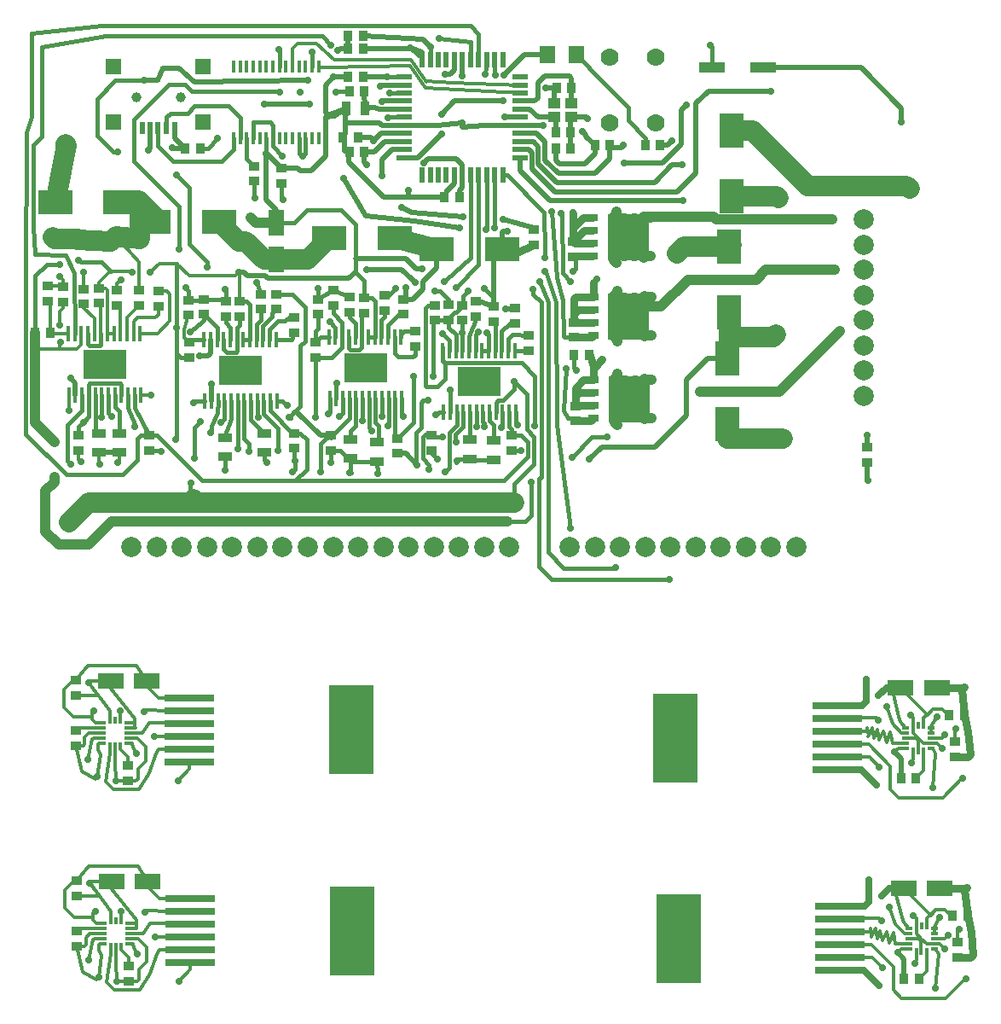
<source format=gtl>
G04 #@! TF.FileFunction,Copper,L1,Top,Signal*
%FSLAX46Y46*%
G04 Gerber Fmt 4.6, Leading zero omitted, Abs format (unit mm)*
G04 Created by KiCad (PCBNEW (2015-08-20 BZR 6109)-product) date Wed 02 Sep 2015 10:01:10 PM PDT*
%MOMM*%
G01*
G04 APERTURE LIST*
%ADD10C,0.150000*%
%ADD11R,0.899160X1.000760*%
%ADD12R,1.000760X0.899160*%
%ADD13R,0.889000X1.397000*%
%ADD14C,1.778000*%
%ADD15R,2.400300X3.500120*%
%ADD16R,3.500120X2.400300*%
%ADD17R,1.597660X1.800860*%
%ADD18R,1.200000X1.100000*%
%ADD19R,1.501140X0.551180*%
%ADD20R,0.551180X1.501140*%
%ADD21R,1.600200X2.600960*%
%ADD22C,2.000000*%
%ADD23R,1.397000X0.889000*%
%ADD24R,2.540000X0.990600*%
%ADD25R,1.600200X1.600200*%
%ADD26C,1.000760*%
%ADD27R,0.500380X1.198880*%
%ADD28R,0.406400X1.270000*%
%ADD29C,0.400000*%
%ADD30R,0.450000X1.650000*%
%ADD31R,4.320000X3.000000*%
%ADD32R,0.475000X0.750000*%
%ADD33R,0.905000X0.495000*%
%ADD34C,0.780000*%
%ADD35R,1.000000X0.750000*%
%ADD36R,4.055000X4.560000*%
%ADD37R,0.800000X0.300000*%
%ADD38R,0.300000X0.800000*%
%ADD39R,5.000000X0.760000*%
%ADD40R,4.500000X8.800000*%
%ADD41R,2.600960X1.600200*%
%ADD42C,0.700000*%
%ADD43C,0.500000*%
%ADD44C,0.400000*%
%ADD45C,0.450000*%
%ADD46C,0.750000*%
%ADD47C,0.300000*%
%ADD48C,0.350000*%
%ADD49C,2.000000*%
%ADD50C,1.000000*%
%ADD51C,1.500000*%
%ADD52C,0.800000*%
%ADD53C,0.700000*%
G04 APERTURE END LIST*
D10*
D11*
X215851840Y-34800000D03*
X214348160Y-34800000D03*
D12*
X212200000Y-44351840D03*
X212200000Y-42848160D03*
D11*
X193856760Y-29148200D03*
X195360440Y-29148200D03*
D12*
X179400000Y-49748160D03*
X179400000Y-51251840D03*
X245300000Y-65951840D03*
X245300000Y-64448160D03*
X186600000Y-50751840D03*
X186600000Y-49248160D03*
X197400000Y-49398160D03*
X197400000Y-50901840D03*
X202000000Y-64751840D03*
X202000000Y-63248160D03*
X210300000Y-52151840D03*
X210300000Y-50648160D03*
X203750000Y-50298160D03*
X203750000Y-51801840D03*
X184400000Y-38051840D03*
X184400000Y-36548160D03*
X192250000Y-48848160D03*
X192250000Y-50351840D03*
X165450000Y-48498160D03*
X165450000Y-50001840D03*
X174900000Y-50451840D03*
X174900000Y-48948160D03*
X200400000Y-54451840D03*
X200400000Y-52948160D03*
X170800000Y-48848160D03*
X170800000Y-50351840D03*
X187100000Y-38251840D03*
X187100000Y-36748160D03*
X173000000Y-50351840D03*
X173000000Y-48848160D03*
X199200000Y-51251840D03*
X199200000Y-49748160D03*
X167000000Y-64751840D03*
X167000000Y-63248160D03*
X192000000Y-64751840D03*
X192000000Y-63248160D03*
X211650000Y-53348160D03*
X211650000Y-54851840D03*
X188400000Y-51548160D03*
X188400000Y-53051840D03*
X208200000Y-50448160D03*
X208200000Y-51951840D03*
X185100000Y-49248160D03*
X185100000Y-50751840D03*
D11*
X179051840Y-34800000D03*
X177548160Y-34800000D03*
X204834640Y-39587600D03*
X203330960Y-39587600D03*
D13*
X193529100Y-30850000D03*
X195434100Y-30850000D03*
D11*
X219751840Y-34500000D03*
X218248160Y-34500000D03*
D14*
X219750000Y-32250000D03*
X224250000Y-32250000D03*
X219750000Y-25750000D03*
X224250000Y-25750000D03*
D12*
X216100000Y-44048160D03*
X216100000Y-45551840D03*
D11*
X215851840Y-33200000D03*
X214348160Y-33200000D03*
X214448160Y-28800000D03*
X215951840Y-28800000D03*
D15*
X231400000Y-55648800D03*
X231400000Y-62151200D03*
D16*
X202548800Y-44800000D03*
X209051200Y-44800000D03*
X198351200Y-43700000D03*
X191848800Y-43700000D03*
D15*
X231800000Y-33048800D03*
X231800000Y-39551200D03*
D16*
X174448800Y-42100000D03*
X180951200Y-42100000D03*
D17*
X216419860Y-25500000D03*
X213580140Y-25500000D03*
D18*
X215950000Y-30300000D03*
X214250000Y-30300000D03*
X215950000Y-31700000D03*
X214250000Y-31700000D03*
D19*
X199354520Y-33300200D03*
X199354520Y-34100300D03*
X199354520Y-35700500D03*
X199354520Y-34900400D03*
X199354520Y-30899900D03*
X199354520Y-32500100D03*
X199354520Y-31700000D03*
X199354520Y-29299700D03*
X199354520Y-30099800D03*
X199354520Y-28499600D03*
X199354520Y-27699500D03*
X210840400Y-27699500D03*
X210840400Y-28499600D03*
X210840400Y-30099800D03*
X210840400Y-29299700D03*
X210840400Y-31700000D03*
X210840400Y-32500100D03*
X210840400Y-30899900D03*
X210840400Y-34900400D03*
X210840400Y-35700500D03*
X210840400Y-34100300D03*
X210840400Y-33300200D03*
D20*
X209100500Y-37440400D03*
X208300400Y-37440400D03*
X206700200Y-37440400D03*
X207500300Y-37440400D03*
X205100000Y-37440400D03*
X204299900Y-37440400D03*
X205900100Y-37440400D03*
X201899600Y-37440400D03*
X201099500Y-37440400D03*
X202699700Y-37440400D03*
X203499800Y-37440400D03*
X203499800Y-25959600D03*
X202699700Y-25959600D03*
X201099500Y-25959600D03*
X201899600Y-25959600D03*
X205900100Y-25959600D03*
X204299900Y-25959600D03*
X205100000Y-25959600D03*
X207500300Y-25959600D03*
X206700200Y-25959600D03*
X208300400Y-25959600D03*
X209100500Y-25959600D03*
D21*
X186600000Y-42199140D03*
X186600000Y-45800860D03*
D22*
X194750000Y-74300000D03*
X192250000Y-74300000D03*
X202250000Y-74300000D03*
X204750000Y-74300000D03*
X209750000Y-74300000D03*
X207250000Y-74300000D03*
X197250000Y-74300000D03*
X199750000Y-74300000D03*
X179750000Y-74300000D03*
X177250000Y-74300000D03*
X187250000Y-74300000D03*
X189750000Y-74300000D03*
X184750000Y-74300000D03*
X182250000Y-74300000D03*
X172250000Y-74300000D03*
X174750000Y-74300000D03*
D11*
X224751840Y-34500000D03*
X223248160Y-34500000D03*
D12*
X216200000Y-52048160D03*
X216200000Y-53551840D03*
X216300000Y-60348160D03*
X216300000Y-61851840D03*
D11*
X195360440Y-35142600D03*
X193856760Y-35142600D03*
X195251840Y-27700000D03*
X193748160Y-27700000D03*
X195251840Y-24900000D03*
X193748160Y-24900000D03*
D23*
X185400000Y-63047500D03*
X185400000Y-64952500D03*
X181550000Y-63497500D03*
X181550000Y-65402500D03*
X208200000Y-63795000D03*
X208200000Y-65700000D03*
X205800000Y-63695000D03*
X205800000Y-65600000D03*
D12*
X181600000Y-49948160D03*
X181600000Y-51451840D03*
X206400000Y-49998160D03*
X206400000Y-51501840D03*
D11*
X195251840Y-23600000D03*
X193748160Y-23600000D03*
D12*
X183000000Y-51451840D03*
X183000000Y-49948160D03*
X205100000Y-51851840D03*
X205100000Y-50348160D03*
X210000000Y-63248160D03*
X210000000Y-64751840D03*
X188400000Y-63048160D03*
X188400000Y-64551840D03*
X177900000Y-49848160D03*
X177900000Y-51351840D03*
X178000000Y-54048160D03*
X178000000Y-55551840D03*
X190800000Y-49748160D03*
X190800000Y-51251840D03*
D16*
X171151200Y-40100000D03*
X164648800Y-40100000D03*
D11*
X164151840Y-53100000D03*
X162648160Y-53100000D03*
D12*
X163900000Y-48448160D03*
X163900000Y-49951840D03*
X190500000Y-54048160D03*
X190500000Y-55551840D03*
X174000000Y-63248160D03*
X174000000Y-64751840D03*
X198600000Y-63548160D03*
X198600000Y-65051840D03*
X169000000Y-50151840D03*
X169000000Y-48648160D03*
X195300000Y-51151840D03*
X195300000Y-49648160D03*
X167500000Y-48748160D03*
X167500000Y-50251840D03*
X193900000Y-49548160D03*
X193900000Y-51051840D03*
D23*
X169000000Y-63047500D03*
X169000000Y-64952500D03*
X171000000Y-63047500D03*
X171000000Y-64952500D03*
X194000000Y-63647500D03*
X194000000Y-65552500D03*
X196600000Y-63947500D03*
X196600000Y-65852500D03*
D12*
X202350000Y-50348160D03*
X202350000Y-51851840D03*
D11*
X217651840Y-55250000D03*
X216148160Y-55250000D03*
X194751840Y-33700000D03*
X193248160Y-33700000D03*
D22*
X238250000Y-74300000D03*
X235750000Y-74300000D03*
X223250000Y-74300000D03*
X220750000Y-74300000D03*
X230750000Y-74300000D03*
X233250000Y-74300000D03*
X228250000Y-74300000D03*
X225750000Y-74300000D03*
X215750000Y-74300000D03*
X218250000Y-74300000D03*
X244940000Y-51850000D03*
X244940000Y-54350000D03*
X244940000Y-44350000D03*
X244940000Y-41850000D03*
X244940000Y-46850000D03*
X244940000Y-49350000D03*
X244940000Y-59350000D03*
X244940000Y-56850000D03*
D24*
X229860000Y-26800000D03*
X234940000Y-26800000D03*
D25*
X170449920Y-32198800D03*
X170449920Y-26699700D03*
X179350080Y-32198800D03*
D26*
X172700360Y-29699440D03*
D27*
X174099900Y-32800780D03*
X176500200Y-32800780D03*
X175700100Y-32800780D03*
X173299800Y-32800780D03*
X174887300Y-32800780D03*
D25*
X179350080Y-26699700D03*
D26*
X177099640Y-29699440D03*
D15*
X231600000Y-51051200D03*
X231600000Y-44548800D03*
D28*
X190825000Y-26644000D03*
X190175000Y-26644000D03*
X189525000Y-26644000D03*
X188875000Y-26644000D03*
X188225000Y-26644000D03*
X187575000Y-26644000D03*
X186925000Y-26644000D03*
X186275000Y-26644000D03*
X185625000Y-26644000D03*
X184975000Y-26644000D03*
X184325000Y-26644000D03*
X183675000Y-26644000D03*
X183025000Y-26644000D03*
X182375000Y-26644000D03*
X182375000Y-33756000D03*
X183025000Y-33756000D03*
X183675000Y-33756000D03*
X184325000Y-33756000D03*
X184975000Y-33756000D03*
X185625000Y-33756000D03*
X186275000Y-33756000D03*
X186925000Y-33756000D03*
X187575000Y-33756000D03*
X188225000Y-33756000D03*
X188875000Y-33756000D03*
X189525000Y-33756000D03*
X190175000Y-33756000D03*
X190825000Y-33756000D03*
D29*
X195100000Y-56600000D03*
X194400000Y-56600000D03*
X193700000Y-56600000D03*
X195800000Y-56600000D03*
X196500000Y-56600000D03*
X197200000Y-56600000D03*
X197200000Y-56000000D03*
X196500000Y-56000000D03*
X195800000Y-56000000D03*
X193700000Y-56000000D03*
X194400000Y-56000000D03*
X195100000Y-56000000D03*
X195100000Y-55400000D03*
X194400000Y-55400000D03*
X193700000Y-55400000D03*
X195800000Y-55400000D03*
X196500000Y-55400000D03*
X197200000Y-55400000D03*
X197200000Y-57200000D03*
X196500000Y-57200000D03*
X195800000Y-57200000D03*
X193700000Y-57200000D03*
X194400000Y-57200000D03*
X195100000Y-57200000D03*
X195100000Y-57800000D03*
X194400000Y-57800000D03*
X193700000Y-57800000D03*
X195800000Y-57800000D03*
X196500000Y-57800000D03*
D30*
X191851060Y-53550000D03*
X192498760Y-53550000D03*
X192573760Y-59650000D03*
X191926060Y-59650000D03*
X193226060Y-59650000D03*
X193873760Y-59650000D03*
X194524000Y-59650000D03*
X195175000Y-59650000D03*
X195825000Y-59650000D03*
X196474720Y-59650000D03*
X197124960Y-59650000D03*
X197775200Y-59650000D03*
X198425440Y-59650000D03*
X199075680Y-59650000D03*
X199000680Y-53550000D03*
X198350440Y-53550000D03*
X197700200Y-53550000D03*
X197049960Y-53550000D03*
X196399720Y-53550000D03*
X195749480Y-53550000D03*
X195099240Y-53550000D03*
X194449000Y-53550000D03*
X193798760Y-53550000D03*
X193151060Y-53550000D03*
D31*
X195500000Y-56600000D03*
D29*
X197200000Y-57800000D03*
X169200000Y-56200000D03*
X168500000Y-56200000D03*
X167800000Y-56200000D03*
X169900000Y-56200000D03*
X170600000Y-56200000D03*
X171300000Y-56200000D03*
X171300000Y-55600000D03*
X170600000Y-55600000D03*
X169900000Y-55600000D03*
X167800000Y-55600000D03*
X168500000Y-55600000D03*
X169200000Y-55600000D03*
X169200000Y-55000000D03*
X168500000Y-55000000D03*
X167800000Y-55000000D03*
X169900000Y-55000000D03*
X170600000Y-55000000D03*
X171300000Y-55000000D03*
X171300000Y-56800000D03*
X170600000Y-56800000D03*
X169900000Y-56800000D03*
X167800000Y-56800000D03*
X168500000Y-56800000D03*
X169200000Y-56800000D03*
X169200000Y-57400000D03*
X168500000Y-57400000D03*
X167800000Y-57400000D03*
X169900000Y-57400000D03*
X170600000Y-57400000D03*
D30*
X165951060Y-53150000D03*
X166598760Y-53150000D03*
X166673760Y-59250000D03*
X166026060Y-59250000D03*
X167326060Y-59250000D03*
X167973760Y-59250000D03*
X168624000Y-59250000D03*
X169275000Y-59250000D03*
X169925000Y-59250000D03*
X170574720Y-59250000D03*
X171224960Y-59250000D03*
X171875200Y-59250000D03*
X172525440Y-59250000D03*
X173175680Y-59250000D03*
X173100680Y-53150000D03*
X172450440Y-53150000D03*
X171800200Y-53150000D03*
X171149960Y-53150000D03*
X170499720Y-53150000D03*
X169849480Y-53150000D03*
X169199240Y-53150000D03*
X168549000Y-53150000D03*
X167898760Y-53150000D03*
X167251060Y-53150000D03*
D31*
X169600000Y-56200000D03*
D29*
X171300000Y-57400000D03*
X206400000Y-57900000D03*
X205700000Y-57900000D03*
X205000000Y-57900000D03*
X207100000Y-57900000D03*
X207800000Y-57900000D03*
X208500000Y-57900000D03*
X208500000Y-57300000D03*
X207800000Y-57300000D03*
X207100000Y-57300000D03*
X205000000Y-57300000D03*
X205700000Y-57300000D03*
X206400000Y-57300000D03*
X206400000Y-56700000D03*
X205700000Y-56700000D03*
X205000000Y-56700000D03*
X207100000Y-56700000D03*
X207800000Y-56700000D03*
X208500000Y-56700000D03*
X208500000Y-58500000D03*
X207800000Y-58500000D03*
X207100000Y-58500000D03*
X205000000Y-58500000D03*
X205700000Y-58500000D03*
X206400000Y-58500000D03*
X206400000Y-59100000D03*
X205700000Y-59100000D03*
X205000000Y-59100000D03*
X207100000Y-59100000D03*
X207800000Y-59100000D03*
D30*
X203151060Y-54850000D03*
X203798760Y-54850000D03*
X203873760Y-60950000D03*
X203226060Y-60950000D03*
X204526060Y-60950000D03*
X205173760Y-60950000D03*
X205824000Y-60950000D03*
X206475000Y-60950000D03*
X207125000Y-60950000D03*
X207774720Y-60950000D03*
X208424960Y-60950000D03*
X209075200Y-60950000D03*
X209725440Y-60950000D03*
X210375680Y-60950000D03*
X210300680Y-54850000D03*
X209650440Y-54850000D03*
X209000200Y-54850000D03*
X208349960Y-54850000D03*
X207699720Y-54850000D03*
X207049480Y-54850000D03*
X206399240Y-54850000D03*
X205749000Y-54850000D03*
X205098760Y-54850000D03*
X204451060Y-54850000D03*
D31*
X206800000Y-57900000D03*
D29*
X208500000Y-59100000D03*
X182700000Y-56800000D03*
X182000000Y-56800000D03*
X181300000Y-56800000D03*
X183400000Y-56800000D03*
X184100000Y-56800000D03*
X184800000Y-56800000D03*
X184800000Y-56200000D03*
X184100000Y-56200000D03*
X183400000Y-56200000D03*
X181300000Y-56200000D03*
X182000000Y-56200000D03*
X182700000Y-56200000D03*
X182700000Y-55600000D03*
X182000000Y-55600000D03*
X181300000Y-55600000D03*
X183400000Y-55600000D03*
X184100000Y-55600000D03*
X184800000Y-55600000D03*
X184800000Y-57400000D03*
X184100000Y-57400000D03*
X183400000Y-57400000D03*
X181300000Y-57400000D03*
X182000000Y-57400000D03*
X182700000Y-57400000D03*
X182700000Y-58000000D03*
X182000000Y-58000000D03*
X181300000Y-58000000D03*
X183400000Y-58000000D03*
X184100000Y-58000000D03*
D30*
X179451060Y-53750000D03*
X180098760Y-53750000D03*
X180173760Y-59850000D03*
X179526060Y-59850000D03*
X180826060Y-59850000D03*
X181473760Y-59850000D03*
X182124000Y-59850000D03*
X182775000Y-59850000D03*
X183425000Y-59850000D03*
X184074720Y-59850000D03*
X184724960Y-59850000D03*
X185375200Y-59850000D03*
X186025440Y-59850000D03*
X186675680Y-59850000D03*
X186600680Y-53750000D03*
X185950440Y-53750000D03*
X185300200Y-53750000D03*
X184649960Y-53750000D03*
X183999720Y-53750000D03*
X183349480Y-53750000D03*
X182699240Y-53750000D03*
X182049000Y-53750000D03*
X181398760Y-53750000D03*
X180751060Y-53750000D03*
D31*
X183100000Y-56800000D03*
D29*
X184800000Y-58000000D03*
D32*
X223822500Y-45505000D03*
X223822500Y-41695000D03*
D33*
X220407500Y-46127500D03*
D34*
X223140000Y-45600000D03*
X220140000Y-41600000D03*
X221140000Y-41600000D03*
X222140000Y-41600000D03*
X220140000Y-45600000D03*
X221140000Y-43600000D03*
X222140000Y-43600000D03*
X223140000Y-42600000D03*
X223140000Y-41600000D03*
X222140000Y-42600000D03*
X221140000Y-42600000D03*
X220140000Y-42600000D03*
X220140000Y-44600000D03*
X221140000Y-44600000D03*
X222140000Y-44600000D03*
X223140000Y-43600000D03*
X223140000Y-44600000D03*
X222140000Y-45600000D03*
X221140000Y-45600000D03*
D33*
X220407500Y-41072500D03*
D35*
X218065000Y-41695000D03*
X218065000Y-42965000D03*
X218065000Y-44235000D03*
X218065000Y-45505000D03*
D36*
X221557500Y-43600000D03*
D34*
X220140000Y-43600000D03*
D32*
X223862500Y-53355000D03*
X223862500Y-49545000D03*
D33*
X220447500Y-53977500D03*
D34*
X223180000Y-53450000D03*
X220180000Y-49450000D03*
X221180000Y-49450000D03*
X222180000Y-49450000D03*
X220180000Y-53450000D03*
X221180000Y-51450000D03*
X222180000Y-51450000D03*
X223180000Y-50450000D03*
X223180000Y-49450000D03*
X222180000Y-50450000D03*
X221180000Y-50450000D03*
X220180000Y-50450000D03*
X220180000Y-52450000D03*
X221180000Y-52450000D03*
X222180000Y-52450000D03*
X223180000Y-51450000D03*
X223180000Y-52450000D03*
X222180000Y-53450000D03*
X221180000Y-53450000D03*
D33*
X220447500Y-48922500D03*
D35*
X218105000Y-49545000D03*
X218105000Y-50815000D03*
X218105000Y-52085000D03*
X218105000Y-53355000D03*
D36*
X221597500Y-51450000D03*
D34*
X220180000Y-51450000D03*
D32*
X223902500Y-61585000D03*
X223902500Y-57775000D03*
D33*
X220487500Y-62207500D03*
D34*
X223220000Y-61680000D03*
X220220000Y-57680000D03*
X221220000Y-57680000D03*
X222220000Y-57680000D03*
X220220000Y-61680000D03*
X221220000Y-59680000D03*
X222220000Y-59680000D03*
X223220000Y-58680000D03*
X223220000Y-57680000D03*
X222220000Y-58680000D03*
X221220000Y-58680000D03*
X220220000Y-58680000D03*
X220220000Y-60680000D03*
X221220000Y-60680000D03*
X222220000Y-60680000D03*
X223220000Y-59680000D03*
X223220000Y-60680000D03*
X222220000Y-61680000D03*
X221220000Y-61680000D03*
D33*
X220487500Y-57152500D03*
D35*
X218145000Y-57775000D03*
X218145000Y-59045000D03*
X218145000Y-60315000D03*
X218145000Y-61585000D03*
D36*
X221637500Y-59680000D03*
D34*
X220220000Y-59680000D03*
D37*
X169350000Y-92300000D03*
X169350000Y-91800000D03*
X171900000Y-91800000D03*
X169350000Y-92795000D03*
X169350000Y-93300000D03*
X169350000Y-93800000D03*
D38*
X170125000Y-94075000D03*
X170590000Y-94075000D03*
X171125000Y-94075000D03*
D37*
X171900000Y-93800000D03*
X171900000Y-93300000D03*
X171900000Y-92795000D03*
X171900000Y-92300000D03*
D38*
X171125000Y-91525000D03*
X170610000Y-91525000D03*
X170125000Y-91525000D03*
D39*
X178000000Y-89325000D03*
X178000000Y-91865000D03*
X178000000Y-94405000D03*
X178000000Y-93135000D03*
X178000000Y-95675000D03*
X178000000Y-90595000D03*
D40*
X194050000Y-92500000D03*
D12*
X166700000Y-94051840D03*
X166700000Y-92548160D03*
X171860000Y-97541840D03*
X171860000Y-96038160D03*
X166690000Y-89061840D03*
X166690000Y-87558160D03*
D41*
X173770860Y-87600000D03*
X170169140Y-87600000D03*
D37*
X249125000Y-92800000D03*
X249125000Y-92300000D03*
X251675000Y-92300000D03*
X249125000Y-93295000D03*
X249125000Y-93800000D03*
X249125000Y-94300000D03*
D38*
X249900000Y-94575000D03*
X250365000Y-94575000D03*
X250900000Y-94575000D03*
D37*
X251675000Y-94300000D03*
X251675000Y-93800000D03*
X251675000Y-93295000D03*
X251675000Y-92800000D03*
D38*
X250900000Y-92025000D03*
X250385000Y-92025000D03*
X249900000Y-92025000D03*
D39*
X242300000Y-96475000D03*
X242300000Y-93935000D03*
X242300000Y-91395000D03*
X242300000Y-92665000D03*
X242300000Y-90125000D03*
X242300000Y-95205000D03*
D40*
X226250000Y-93300000D03*
D12*
X254000000Y-95151840D03*
X254000000Y-93648160D03*
D11*
X248648160Y-97300000D03*
X250151840Y-97300000D03*
X254951840Y-91000000D03*
X253448160Y-91000000D03*
D41*
X248599140Y-88300000D03*
X252200860Y-88300000D03*
D37*
X169450000Y-112200000D03*
X169450000Y-111700000D03*
X172000000Y-111700000D03*
X169450000Y-112695000D03*
X169450000Y-113200000D03*
X169450000Y-113700000D03*
D38*
X170225000Y-113975000D03*
X170690000Y-113975000D03*
X171225000Y-113975000D03*
D37*
X172000000Y-113700000D03*
X172000000Y-113200000D03*
X172000000Y-112695000D03*
X172000000Y-112200000D03*
D38*
X171225000Y-111425000D03*
X170710000Y-111425000D03*
X170225000Y-111425000D03*
D39*
X178100000Y-109225000D03*
X178100000Y-111765000D03*
X178100000Y-114305000D03*
X178100000Y-113035000D03*
X178100000Y-115575000D03*
X178100000Y-110495000D03*
D40*
X194150000Y-112400000D03*
D12*
X166800000Y-113951840D03*
X166800000Y-112448160D03*
X171960000Y-117441840D03*
X171960000Y-115938160D03*
X166790000Y-108961840D03*
X166790000Y-107458160D03*
D41*
X173870860Y-107500000D03*
X170269140Y-107500000D03*
D37*
X249425000Y-112700000D03*
X249425000Y-112200000D03*
X251975000Y-112200000D03*
X249425000Y-113195000D03*
X249425000Y-113700000D03*
X249425000Y-114200000D03*
D38*
X250200000Y-114475000D03*
X250665000Y-114475000D03*
X251200000Y-114475000D03*
D37*
X251975000Y-114200000D03*
X251975000Y-113700000D03*
X251975000Y-113195000D03*
X251975000Y-112700000D03*
D38*
X251200000Y-111925000D03*
X250685000Y-111925000D03*
X250200000Y-111925000D03*
D39*
X242600000Y-116375000D03*
X242600000Y-113835000D03*
X242600000Y-111295000D03*
X242600000Y-112565000D03*
X242600000Y-110025000D03*
X242600000Y-115105000D03*
D40*
X226550000Y-113200000D03*
D12*
X254300000Y-115051840D03*
X254300000Y-113548160D03*
D11*
X248948160Y-117200000D03*
X250451840Y-117200000D03*
X255251840Y-110900000D03*
X253748160Y-110900000D03*
D41*
X248899140Y-108200000D03*
X252500860Y-108200000D03*
D42*
X195599200Y-36412600D03*
X193338600Y-37733400D03*
X204794000Y-42711800D03*
X203300000Y-48050000D03*
X203850000Y-58750000D03*
X206500000Y-62400000D03*
X203400000Y-66900002D03*
X207300000Y-62400000D03*
X209000000Y-62500000D03*
X203143000Y-53176600D03*
X204450000Y-48600000D03*
X196300000Y-34000000D03*
X199028200Y-40603600D03*
X205124200Y-41568800D03*
X213303000Y-45632800D03*
X216100000Y-47000000D03*
X207300000Y-48700000D03*
X209600000Y-43000000D03*
X210600000Y-62200000D03*
X204600000Y-65800000D03*
X202600000Y-65600000D03*
X198500000Y-48700000D03*
X199200000Y-61400000D03*
X191750000Y-61150000D03*
X202450000Y-61250000D03*
X196700000Y-67050000D03*
X193900000Y-67000000D03*
X192000000Y-65950000D03*
X190800000Y-48650000D03*
X184700000Y-48100000D03*
X181500000Y-48800000D03*
X177600000Y-48600000D03*
X174200000Y-59300000D03*
X170900000Y-66000000D03*
X169100000Y-66100000D03*
X167200000Y-65900000D03*
X166000000Y-60800000D03*
X171200000Y-47800000D03*
X167500000Y-47100000D03*
X165100000Y-47500000D03*
X236467800Y-39714600D03*
X226384000Y-45251800D03*
X245357800Y-67730800D03*
X188995200Y-29224400D03*
X192576600Y-29199000D03*
X187217200Y-35523600D03*
X201288800Y-36209400D03*
X219000000Y-55700000D03*
X218450000Y-47750000D03*
X216050000Y-41150000D03*
X197707400Y-31713600D03*
X203400000Y-27450000D03*
X202350000Y-48950000D03*
X225900000Y-34050000D03*
X213400000Y-28800000D03*
X209300000Y-31700000D03*
X217500000Y-31800000D03*
X178400000Y-60000000D03*
X187700000Y-60300000D03*
X181500000Y-66750000D03*
X185700000Y-66000000D03*
X187300000Y-39900000D03*
X184500000Y-39700000D03*
X180800000Y-33800000D03*
X189200000Y-35600000D03*
X186900000Y-25000000D03*
X236900000Y-63600000D03*
X189700000Y-45800860D03*
X182851200Y-44000000D03*
X165700000Y-34400000D03*
X173900000Y-35000000D03*
X215843000Y-48045800D03*
X214900000Y-41200000D03*
X208350000Y-27550000D03*
X215360400Y-56605600D03*
X213950000Y-41100000D03*
X207399700Y-27450300D03*
X235700000Y-29150000D03*
X227000000Y-39950000D03*
X212300000Y-62300000D03*
X216376400Y-56783400D03*
X219475200Y-63412800D03*
X215970000Y-65419400D03*
X228700000Y-58900000D03*
X242600000Y-52900000D03*
X241800000Y-41800000D03*
X242082896Y-46850000D03*
X209200000Y-27550000D03*
X209100000Y-30100000D03*
X203000000Y-31400000D03*
X203000000Y-33400000D03*
X221100000Y-34500000D03*
X229700000Y-24600000D03*
X190200000Y-25200000D03*
X205100000Y-53050000D03*
X206700000Y-53000000D03*
X226950000Y-36450000D03*
X190499998Y-61499998D03*
X201100000Y-46700000D03*
X180700000Y-71800000D03*
X200900000Y-71800000D03*
X200599998Y-66200000D03*
X201700000Y-59800000D03*
X202200000Y-57400000D03*
X211900000Y-67900000D03*
X190851959Y-71800000D03*
X188200000Y-66900000D03*
X210900000Y-64800000D03*
X164600000Y-67400000D03*
X164600000Y-63900000D03*
X188500000Y-65750000D03*
X176700000Y-52600000D03*
X178100000Y-53000000D03*
X175200000Y-64900000D03*
X176600000Y-63700000D03*
X167000000Y-45900000D03*
X165100000Y-46300000D03*
X172300000Y-47100000D03*
X174100000Y-47100000D03*
X182900000Y-47100000D03*
X184100000Y-41700000D03*
X165100000Y-52300000D03*
X165200000Y-54000000D03*
X209137400Y-41822800D03*
X199714000Y-38952600D03*
X192300000Y-27700000D03*
X192750000Y-25100000D03*
X205650000Y-48950000D03*
X207550000Y-53100000D03*
X221200000Y-36250000D03*
X227350000Y-30500000D03*
X217050000Y-33150000D03*
X213100000Y-32550000D03*
X205100000Y-27600000D03*
X205050000Y-32300000D03*
X185600000Y-35300000D03*
X176300000Y-34700000D03*
X199000000Y-70200000D03*
X201700000Y-69800000D03*
X209400000Y-50700000D03*
X199500000Y-48600000D03*
X210200000Y-57900000D03*
X203154990Y-63400000D03*
X204445010Y-63900000D03*
X201700000Y-69800000D03*
X201800000Y-66600000D03*
X199000000Y-70200000D03*
X197119730Y-61400000D03*
X190858619Y-69900000D03*
X191000000Y-66900000D03*
X167450000Y-61950000D03*
X187900000Y-61450000D03*
X184800000Y-61500000D03*
X178150000Y-68000000D03*
X178500000Y-65550000D03*
X179050000Y-61900000D03*
X181150000Y-62000000D03*
X166005900Y-71894100D03*
X164400000Y-43600000D03*
X167000000Y-43800000D03*
X217697200Y-65622600D03*
X245281600Y-63209600D03*
X236200000Y-53300000D03*
X249500000Y-38800000D03*
X170905715Y-35114567D03*
X196920000Y-28640200D03*
X189706400Y-28030600D03*
X173526600Y-28056000D03*
X166217800Y-57569200D03*
X169300000Y-61500000D03*
X166200000Y-66100000D03*
X170300000Y-61400000D03*
X172600000Y-62400000D03*
X202750000Y-23850000D03*
X192050000Y-24550000D03*
X215792200Y-72455200D03*
X213303000Y-46953600D03*
X201899600Y-24699600D03*
X176700000Y-37400000D03*
X179775000Y-46596130D03*
X197072400Y-30164200D03*
X189884200Y-30392800D03*
X185413800Y-30392800D03*
X180206800Y-58129600D03*
X182800000Y-64600000D03*
X180100000Y-63000000D03*
X183900000Y-64900000D03*
X186800000Y-64800000D03*
X177000002Y-44800000D03*
X186963200Y-29173600D03*
X197885200Y-29300600D03*
X178987600Y-55386400D03*
X220338800Y-76392200D03*
X212744200Y-47995000D03*
X199866400Y-24830200D03*
X192600000Y-58050000D03*
X207410200Y-42838800D03*
X195179980Y-61800000D03*
X192900000Y-61350000D03*
X196100000Y-62799996D03*
X197700000Y-62300000D03*
X191950000Y-51950000D03*
X208248400Y-42635600D03*
X212134600Y-48782400D03*
X197599500Y-27699500D03*
X225650000Y-77550000D03*
X248700000Y-32200000D03*
X200400000Y-48100000D03*
X195600000Y-46800000D03*
X197099999Y-37499999D03*
X200222000Y-57366767D03*
X176840000Y-97520000D03*
X168000000Y-87800000D03*
X168870000Y-97140000D03*
X170690000Y-97570000D03*
X173500000Y-90700000D03*
X172700000Y-94800000D03*
X174500000Y-93100000D03*
X167900000Y-95400000D03*
X168530000Y-90560000D03*
X171100000Y-90580000D03*
X252700000Y-94300000D03*
X248000000Y-94700000D03*
X252200000Y-91200000D03*
X255248160Y-95151840D03*
X249600000Y-91000000D03*
X254900000Y-88200000D03*
X245200000Y-87500000D03*
X254800000Y-97300000D03*
X253000000Y-93000000D03*
X246500000Y-96200000D03*
X251800000Y-98200000D03*
X254100000Y-92400000D03*
X247200000Y-90200000D03*
X249700000Y-95800000D03*
X246400000Y-91500000D03*
X246400000Y-89100000D03*
X246200000Y-98000000D03*
X176940000Y-117420000D03*
X168100000Y-107700000D03*
X168970000Y-117040000D03*
X170790000Y-117470000D03*
X173600000Y-110600000D03*
X172800000Y-114700000D03*
X174600000Y-113000000D03*
X168000000Y-115300000D03*
X168630000Y-110460000D03*
X171200000Y-110480000D03*
X253000000Y-114200000D03*
X248300000Y-114600000D03*
X252500000Y-111100000D03*
X255548160Y-115051840D03*
X249900000Y-110900000D03*
X255200000Y-108100000D03*
X245500000Y-107400000D03*
X255100000Y-117200000D03*
X253300000Y-112900000D03*
X246800000Y-116100000D03*
X252100000Y-118100000D03*
X254400000Y-112300000D03*
X247500000Y-110100000D03*
X250000000Y-115700000D03*
X246700000Y-111400000D03*
X246700000Y-109000000D03*
X246500000Y-117900000D03*
D43*
X195360440Y-35142600D02*
X196310020Y-35142600D01*
X197352320Y-34100300D02*
X198103950Y-34100300D01*
X196310020Y-35142600D02*
X197352320Y-34100300D01*
X198103950Y-34100300D02*
X199354520Y-34100300D01*
X195351840Y-36165240D02*
X195360440Y-35142600D01*
X195599200Y-36412600D02*
X195351840Y-36165240D01*
X195523000Y-41518000D02*
X193338600Y-37733400D01*
X200349000Y-42026000D02*
X195523000Y-41518000D01*
X204794000Y-42711800D02*
X200349000Y-42026000D01*
D44*
X174887300Y-32800780D02*
X174887300Y-34587300D01*
X174887300Y-34587300D02*
X176400000Y-36100000D01*
X176400000Y-36100000D02*
X181200000Y-36100000D01*
X181200000Y-36100000D02*
X182375000Y-34925000D01*
X182375000Y-34925000D02*
X182375000Y-33756000D01*
X175700100Y-32800780D02*
X175700100Y-31699900D01*
X175700100Y-31699900D02*
X176100000Y-31300000D01*
X176100000Y-31300000D02*
X177800000Y-31300000D01*
X177800000Y-31300000D02*
X178500000Y-30600000D01*
X178500000Y-30600000D02*
X181900000Y-30600000D01*
X181900000Y-30600000D02*
X183025000Y-31725000D01*
X183025000Y-31725000D02*
X183025000Y-33756000D01*
D45*
X203500000Y-47800000D02*
X203300000Y-48050000D01*
X205937000Y-45607400D02*
X203500000Y-47800000D01*
X205900100Y-37440400D02*
X205937000Y-45607400D01*
X203873760Y-58773760D02*
X203873760Y-60950000D01*
X203850000Y-58750000D02*
X203873760Y-58773760D01*
X206475000Y-60950000D02*
X206475000Y-62375000D01*
X206475000Y-62375000D02*
X206500000Y-62400000D01*
X203800000Y-63000000D02*
X203800000Y-66500002D01*
X204526060Y-62273940D02*
X203800000Y-63000000D01*
X203749999Y-66550003D02*
X203400000Y-66900002D01*
X203800000Y-66500002D02*
X203749999Y-66550003D01*
X204526060Y-60950000D02*
X204526060Y-62273940D01*
X207125000Y-61925000D02*
X207300000Y-62100000D01*
X207300000Y-62100000D02*
X207300000Y-62400000D01*
X207125000Y-60950000D02*
X207125000Y-61925000D01*
X209075200Y-60950000D02*
X209075200Y-62424800D01*
X209075200Y-62424800D02*
X209000000Y-62500000D01*
D44*
X203798760Y-54850000D02*
X203798760Y-53832360D01*
X203798760Y-53832360D02*
X203143000Y-53176600D01*
D45*
X206700200Y-46349800D02*
X206700200Y-37440400D01*
X204450000Y-48600000D02*
X206700200Y-46349800D01*
D43*
X194751840Y-33700000D02*
X196000000Y-33700000D01*
X196000000Y-33700000D02*
X196300000Y-34000000D01*
X196999800Y-33300200D02*
X196300000Y-34000000D01*
X199354520Y-33300200D02*
X196999800Y-33300200D01*
D45*
X194951840Y-33900000D02*
X194751840Y-33700000D01*
D43*
X200036380Y-41155698D02*
X199028200Y-40603600D01*
X205124200Y-41568800D02*
X200036380Y-41155698D01*
D44*
X209590400Y-37440400D02*
X213174335Y-41123625D01*
X213174335Y-41123625D02*
X213265750Y-44999171D01*
X213265750Y-44999171D02*
X213303000Y-45632800D01*
X209100500Y-37440400D02*
X209590400Y-37440400D01*
X216350000Y-45801840D02*
X216100000Y-45551840D01*
X216350000Y-46750000D02*
X216350000Y-45801840D01*
X216100000Y-47000000D02*
X216350000Y-46750000D01*
D46*
X218065000Y-45505000D02*
X216146840Y-45505000D01*
X216146840Y-45505000D02*
X216100000Y-45551840D01*
D47*
X210840400Y-28499600D02*
X204100000Y-28300000D01*
X204100000Y-28300000D02*
X201468265Y-28153456D01*
X188225000Y-26644000D02*
X188225000Y-24875000D01*
X188225000Y-24875000D02*
X188700000Y-24400000D01*
X188700000Y-24400000D02*
X190600000Y-24400000D01*
X190600000Y-24400000D02*
X192400000Y-26000000D01*
X192400000Y-26000000D02*
X200000000Y-26000000D01*
X200000000Y-26000000D02*
X201500000Y-28200000D01*
X191600000Y-26800000D02*
X190981000Y-26800000D01*
X190981000Y-26800000D02*
X190825000Y-26644000D01*
X191600000Y-26800000D02*
X199898796Y-26600029D01*
X199898796Y-26600029D02*
X201400000Y-28800000D01*
X210840400Y-29299700D02*
X201400000Y-28800000D01*
D45*
X208200000Y-50448160D02*
X208200000Y-49600000D01*
X208200000Y-49600000D02*
X207300000Y-48700000D01*
D43*
X171000000Y-64952500D02*
X169000000Y-64952500D01*
X208200000Y-50448160D02*
X208200000Y-45651200D01*
X208200000Y-45651200D02*
X209051200Y-44800000D01*
X209151050Y-43000000D02*
X209600000Y-43000000D01*
X209051200Y-43099850D02*
X209151050Y-43000000D01*
X209051200Y-44800000D02*
X209051200Y-43099850D01*
D45*
X208200000Y-65700000D02*
X205900000Y-65700000D01*
X205900000Y-65700000D02*
X205800000Y-65600000D01*
X210375680Y-60950000D02*
X210375680Y-61975680D01*
X210375680Y-61975680D02*
X210600000Y-62200000D01*
X204600000Y-65651500D02*
X204600000Y-65800000D01*
X204651500Y-65600000D02*
X204600000Y-65651500D01*
X205800000Y-65600000D02*
X204651500Y-65600000D01*
X204500000Y-65900000D02*
X204600000Y-65800000D01*
X204500000Y-66000000D02*
X204500000Y-65900000D01*
X202000000Y-64751840D02*
X202000000Y-65000000D01*
X202000000Y-65000000D02*
X202600000Y-65600000D01*
X193652500Y-65552500D02*
X193652500Y-65453960D01*
X193652500Y-65453960D02*
X192950380Y-64751840D01*
X192950380Y-64751840D02*
X192000000Y-64751840D01*
X194000000Y-65552500D02*
X193652500Y-65552500D01*
X197400000Y-49398160D02*
X197801840Y-49398160D01*
X197801840Y-49398160D02*
X198500000Y-48700000D01*
X199075680Y-59650000D02*
X199075680Y-61275680D01*
X199075680Y-61275680D02*
X199200000Y-61400000D01*
X196600000Y-65852500D02*
X194300000Y-65852500D01*
X194300000Y-65852500D02*
X194000000Y-65552500D01*
X191926060Y-59650000D02*
X191926060Y-60973940D01*
X191926060Y-60973940D02*
X191750000Y-61150000D01*
X203226060Y-60950000D02*
X202750000Y-60950000D01*
X202750000Y-60950000D02*
X202450000Y-61250000D01*
X196600000Y-65852500D02*
X196700000Y-67050000D01*
X194000000Y-65552500D02*
X193950000Y-66850000D01*
X193950000Y-66850000D02*
X194050000Y-66950000D01*
X192000000Y-64751840D02*
X192000000Y-65950000D01*
X190800000Y-49748160D02*
X190800000Y-48650000D01*
X192250000Y-48848160D02*
X191000000Y-49548160D01*
X191000000Y-49548160D02*
X190800000Y-49748160D01*
X193900000Y-49548160D02*
X192250000Y-48848160D01*
X185100000Y-49248160D02*
X184700000Y-48100000D01*
X181600000Y-49948160D02*
X181600000Y-48900000D01*
X181600000Y-48900000D02*
X181500000Y-48800000D01*
X179400000Y-49748160D02*
X181400000Y-49748160D01*
X181400000Y-49748160D02*
X181600000Y-49948160D01*
X177900000Y-49848160D02*
X179300000Y-49848160D01*
X179300000Y-49848160D02*
X179400000Y-49748160D01*
X177900000Y-49848160D02*
X177900000Y-48900000D01*
X177900000Y-48900000D02*
X177600000Y-48600000D01*
D48*
X173175680Y-59250000D02*
X174150000Y-59250000D01*
X174150000Y-59250000D02*
X174200000Y-59300000D01*
X171000000Y-64952500D02*
X171000000Y-65900000D01*
X171000000Y-65900000D02*
X170900000Y-66000000D01*
X169000000Y-64952500D02*
X169000000Y-66000000D01*
X169000000Y-66000000D02*
X169100000Y-66100000D01*
X167000000Y-64751840D02*
X167000000Y-65700000D01*
X167000000Y-65700000D02*
X167200000Y-65900000D01*
X166026060Y-59250000D02*
X166026060Y-60773940D01*
X166026060Y-60773940D02*
X166000000Y-60800000D01*
X170800000Y-48848160D02*
X170800000Y-48200000D01*
X170800000Y-48200000D02*
X171200000Y-47800000D01*
X167500000Y-48748160D02*
X167500000Y-47100000D01*
X165450000Y-48498160D02*
X165450000Y-47850000D01*
X165450000Y-47850000D02*
X165100000Y-47500000D01*
X163900000Y-48448160D02*
X165400000Y-48448160D01*
X165400000Y-48448160D02*
X165450000Y-48498160D01*
D49*
X231800000Y-39551200D02*
X236304400Y-39551200D01*
X236304400Y-39551200D02*
X236467800Y-39714600D01*
X231600000Y-44548800D02*
X227087000Y-44548800D01*
X227087000Y-44548800D02*
X226384000Y-45251800D01*
D43*
X245300000Y-65951840D02*
X245300000Y-67673000D01*
X245300000Y-67673000D02*
X245357800Y-67730800D01*
D45*
X193856760Y-29148200D02*
X192627400Y-29148200D01*
X192627400Y-29148200D02*
X192576600Y-29199000D01*
X186275000Y-33756000D02*
X186275000Y-34581400D01*
X186275000Y-34581400D02*
X187217200Y-35523600D01*
D43*
X205100000Y-37440400D02*
X205100000Y-36413800D01*
X201695200Y-35803000D02*
X201288800Y-36209400D01*
X204489200Y-35803000D02*
X201695200Y-35803000D01*
X205100000Y-36413800D02*
X204489200Y-35803000D01*
X205100000Y-37440400D02*
X205100000Y-38722800D01*
X204834640Y-38988160D02*
X204834640Y-39587600D01*
X205100000Y-38722800D02*
X204834640Y-38988160D01*
X218145000Y-56445000D02*
X218255000Y-56445000D01*
D46*
X218255000Y-56445000D02*
X219000000Y-55700000D01*
X218105000Y-49545000D02*
X218105000Y-48095000D01*
D43*
X218105000Y-48095000D02*
X218450000Y-47750000D01*
D46*
X216100000Y-42850000D02*
X216100000Y-41200000D01*
D43*
X216100000Y-41200000D02*
X216050000Y-41150000D01*
D44*
X199354520Y-31700000D02*
X197900000Y-31700000D01*
X197900000Y-31700000D02*
X197707400Y-31713600D01*
D43*
X204299900Y-25959600D02*
X204299900Y-27000100D01*
X203850000Y-27450000D02*
X203400000Y-27450000D01*
X204299900Y-27000100D02*
X203850000Y-27450000D01*
D45*
X203750000Y-50298160D02*
X203750000Y-49800000D01*
X202900000Y-48950000D02*
X202350000Y-48950000D01*
X203750000Y-49800000D02*
X202900000Y-48950000D01*
D43*
X205051840Y-37488560D02*
X205100000Y-37440400D01*
X224751840Y-34500000D02*
X225450000Y-34500000D01*
X225450000Y-34500000D02*
X225900000Y-34050000D01*
X215851840Y-33200000D02*
X215851840Y-31798160D01*
X215851840Y-31798160D02*
X215950000Y-31700000D01*
X215851840Y-34800000D02*
X215851840Y-33200000D01*
X214448160Y-28800000D02*
X213400000Y-28800000D01*
X210840400Y-31700000D02*
X209300000Y-31700000D01*
X215950000Y-31700000D02*
X217400000Y-31700000D01*
X217400000Y-31700000D02*
X217500000Y-31800000D01*
X214250000Y-30300000D02*
X214250000Y-28998160D01*
X214250000Y-28998160D02*
X214448160Y-28800000D01*
D45*
X179526060Y-59850000D02*
X178550000Y-59850000D01*
X178550000Y-59850000D02*
X178400000Y-60000000D01*
X186675680Y-59850000D02*
X187250000Y-59850000D01*
X187250000Y-59850000D02*
X187700000Y-60300000D01*
X181550000Y-65402500D02*
X181500000Y-66750000D01*
X185400000Y-64952500D02*
X185400000Y-65700000D01*
X185400000Y-65700000D02*
X185700000Y-66000000D01*
D46*
X217651840Y-55250000D02*
X217750000Y-55300000D01*
X218145000Y-56445000D02*
X218145000Y-57775000D01*
X217750000Y-55300000D02*
X218145000Y-56445000D01*
X218145000Y-57775000D02*
X217125000Y-57775000D01*
X216300000Y-58600000D02*
X216300000Y-59400000D01*
X217125000Y-57775000D02*
X216300000Y-58600000D01*
X218145000Y-59045000D02*
X216655000Y-59045000D01*
X216300000Y-59400000D02*
X216300000Y-60348160D01*
X216655000Y-59045000D02*
X216300000Y-59400000D01*
X218145000Y-60315000D02*
X216333160Y-60315000D01*
X216333160Y-60315000D02*
X216300000Y-60348160D01*
X218105000Y-49545000D02*
X216355000Y-49545000D01*
X216200000Y-49700000D02*
X216200000Y-51200000D01*
X216355000Y-49545000D02*
X216200000Y-49700000D01*
X218105000Y-50815000D02*
X216585000Y-50815000D01*
X216200000Y-51200000D02*
X216200000Y-52048160D01*
X216585000Y-50815000D02*
X216200000Y-51200000D01*
X218105000Y-52085000D02*
X216236840Y-52085000D01*
X216236840Y-52085000D02*
X216200000Y-52048160D01*
X218065000Y-41695000D02*
X217105000Y-41695000D01*
X216100000Y-42700000D02*
X216100000Y-42850000D01*
X216100000Y-42850000D02*
X216100000Y-44048160D01*
X217105000Y-41695000D02*
X216100000Y-42700000D01*
X218065000Y-42965000D02*
X217183160Y-42965000D01*
X217183160Y-42965000D02*
X216100000Y-44048160D01*
X218065000Y-44235000D02*
X216286840Y-44235000D01*
X216286840Y-44235000D02*
X216100000Y-44048160D01*
X212200000Y-44351840D02*
X209703040Y-45451840D01*
D43*
X209703040Y-45451840D02*
X209051200Y-44800000D01*
D44*
X187100000Y-38251840D02*
X187100000Y-39700000D01*
X187100000Y-39700000D02*
X187300000Y-39900000D01*
X184400000Y-38051840D02*
X184400000Y-39600000D01*
X184400000Y-39600000D02*
X184500000Y-39700000D01*
X179051840Y-34800000D02*
X179800000Y-34800000D01*
X179800000Y-34800000D02*
X180800000Y-33800000D01*
X189525000Y-33756000D02*
X189525000Y-35275000D01*
X188875000Y-35275000D02*
X189200000Y-35600000D01*
X188875000Y-35275000D02*
X188875000Y-33756000D01*
X189525000Y-35275000D02*
X189200000Y-35600000D01*
X186275000Y-33756000D02*
X186277400Y-32501000D01*
X186000000Y-32187400D02*
X184325000Y-32187400D01*
X186277400Y-32501000D02*
X186000000Y-32187400D01*
X186925000Y-26644000D02*
X186925000Y-25025000D01*
X186925000Y-25025000D02*
X186900000Y-25000000D01*
X184325000Y-33756000D02*
X184325000Y-32187400D01*
D49*
X231400000Y-62151200D02*
X231400000Y-63600000D01*
X231400000Y-63600000D02*
X236900000Y-63600000D01*
X231800000Y-44348800D02*
X231600000Y-44548800D01*
X186600000Y-45800860D02*
X189700000Y-45800860D01*
X189700000Y-45800860D02*
X189747940Y-45800860D01*
X189747940Y-45800860D02*
X191848800Y-43700000D01*
X180951200Y-42100000D02*
X182851200Y-44000000D01*
X186600000Y-45800860D02*
X185400860Y-45800860D01*
X183600000Y-44000000D02*
X182851200Y-44000000D01*
X185400860Y-45800860D02*
X183600000Y-44000000D01*
X164648800Y-40100000D02*
X165748800Y-34448800D01*
X165748800Y-34448800D02*
X165700000Y-34400000D01*
D43*
X174099900Y-32800780D02*
X174099900Y-34800100D01*
X174099900Y-34800100D02*
X173900000Y-35000000D01*
X206500000Y-49898160D02*
X206400000Y-49998160D01*
X208200000Y-50448160D02*
X206500000Y-49898160D01*
D45*
X215843000Y-48045800D02*
X215081000Y-47131400D01*
X215081000Y-47131400D02*
X215000000Y-41300000D01*
X215000000Y-41300000D02*
X214900000Y-41200000D01*
X208300400Y-25959600D02*
X208300400Y-27500400D01*
X208300400Y-27500400D02*
X208350000Y-27550000D01*
D44*
X215998160Y-61550000D02*
X216300000Y-61851840D01*
X215550000Y-61550000D02*
X215998160Y-61550000D01*
X215182600Y-60771200D02*
X215550000Y-61550000D01*
X215360400Y-56605600D02*
X215182600Y-60771200D01*
D46*
X216300000Y-61851840D02*
X217878160Y-61851840D01*
X217878160Y-61851840D02*
X218145000Y-61585000D01*
D44*
X207500300Y-25959600D02*
X207400000Y-27450000D01*
X215251840Y-53551840D02*
X216200000Y-53551840D01*
X215150000Y-53450000D02*
X215251840Y-53551840D01*
X215100694Y-49850675D02*
X215150000Y-53450000D01*
X213950000Y-41100000D02*
X214446000Y-47588600D01*
X214446000Y-47588600D02*
X215100694Y-49850675D01*
X207400000Y-27450000D02*
X207399700Y-27450300D01*
D46*
X216200000Y-53551840D02*
X217908160Y-53551840D01*
X217908160Y-53551840D02*
X218105000Y-53355000D01*
D43*
X210840400Y-34900400D02*
X211700400Y-34900400D01*
X229500000Y-29150000D02*
X235700000Y-29150000D01*
X228300000Y-30350000D02*
X229500000Y-29150000D01*
X228300000Y-37250000D02*
X228300000Y-30350000D01*
X226450000Y-39100000D02*
X228300000Y-37250000D01*
X214300000Y-39100000D02*
X226450000Y-39100000D01*
X212000000Y-36800000D02*
X214300000Y-39100000D01*
X212000000Y-35200000D02*
X212000000Y-36800000D01*
X211700400Y-34900400D02*
X212000000Y-35200000D01*
X210840400Y-35700500D02*
X210840400Y-36990400D01*
X213800000Y-39950000D02*
X227000000Y-39950000D01*
X210840400Y-36990400D02*
X213800000Y-39950000D01*
D45*
X209650440Y-54850000D02*
X209650440Y-53699560D01*
X210051840Y-53298160D02*
X211650000Y-53348160D01*
X209650440Y-53699560D02*
X210051840Y-53298160D01*
X209000200Y-54850000D02*
X209000200Y-52949800D01*
X209798160Y-52151840D02*
X210300000Y-52151840D01*
X209000200Y-52949800D02*
X209798160Y-52151840D01*
X185300200Y-53750000D02*
X185300200Y-52399800D01*
X186200000Y-51500000D02*
X186200000Y-51151840D01*
X185300200Y-52399800D02*
X186200000Y-51500000D01*
X186200000Y-51151840D02*
X186600000Y-50751840D01*
X184074720Y-59850000D02*
X184074720Y-61722220D01*
X184074720Y-61722220D02*
X185400000Y-63047500D01*
X182049000Y-53750000D02*
X182049000Y-52549000D01*
X181600000Y-52100000D02*
X181600000Y-51451840D01*
X182049000Y-52549000D02*
X181600000Y-52100000D01*
X184649960Y-53750000D02*
X184649960Y-52250040D01*
X185100000Y-51800000D02*
X185100000Y-50751840D01*
X184649960Y-52250040D02*
X185100000Y-51800000D01*
X182124000Y-59850000D02*
X182100000Y-61600000D01*
X182100000Y-61600000D02*
X181474000Y-63421500D01*
X181474000Y-63421500D02*
X181550000Y-63497500D01*
X179451060Y-53750000D02*
X178298160Y-53750000D01*
X178298160Y-53750000D02*
X178000000Y-54048160D01*
D48*
X178000000Y-54048160D02*
X177500000Y-53600000D01*
X177461538Y-52792308D02*
X177900000Y-51351840D01*
X177500000Y-53600000D02*
X177461538Y-52792308D01*
X173100680Y-53150000D02*
X174850000Y-53150000D01*
X175748160Y-48948160D02*
X174900000Y-48948160D01*
X176000000Y-49300000D02*
X175748160Y-48948160D01*
X176000000Y-51900000D02*
X176000000Y-49300000D01*
X174850000Y-53150000D02*
X176000000Y-51900000D01*
X172450440Y-53150000D02*
X172450440Y-51949560D01*
X174900000Y-51300000D02*
X174900000Y-50451840D01*
X174600000Y-51600000D02*
X174900000Y-51300000D01*
X172800000Y-51600000D02*
X174600000Y-51600000D01*
X172450440Y-51949560D02*
X172800000Y-51600000D01*
D44*
X167898760Y-53150000D02*
X167898760Y-54198760D01*
X169199240Y-54300760D02*
X169199240Y-53150000D01*
X169100000Y-54400000D02*
X169199240Y-54300760D01*
X168100000Y-54400000D02*
X169100000Y-54400000D01*
X167898760Y-54198760D02*
X168100000Y-54400000D01*
D48*
X169199240Y-53150000D02*
X169199240Y-50351080D01*
X169199240Y-50351080D02*
X169000000Y-50151840D01*
D45*
X170574720Y-59250000D02*
X170574720Y-60474720D01*
X171000000Y-60900000D02*
X171000000Y-63047500D01*
X170574720Y-60474720D02*
X171000000Y-60900000D01*
D48*
X164151840Y-53100000D02*
X164151840Y-50203680D01*
X164151840Y-50203680D02*
X163900000Y-49951840D01*
X165951060Y-53150000D02*
X164201840Y-53150000D01*
X164201840Y-53150000D02*
X164151840Y-53100000D01*
D45*
X205824000Y-60950000D02*
X205824000Y-63671000D01*
X205824000Y-63671000D02*
X205800000Y-63695000D01*
D44*
X212300000Y-57380600D02*
X212300000Y-61805026D01*
X210966200Y-56046800D02*
X212300000Y-57380600D01*
X212300000Y-61805026D02*
X212300000Y-62300000D01*
X203346200Y-56046800D02*
X210966200Y-56046800D01*
D45*
X202350000Y-50348160D02*
X201651840Y-50348160D01*
X202600000Y-58400000D02*
X203346200Y-57653800D01*
X201651840Y-50348160D02*
X201400000Y-50600000D01*
X201400000Y-50600000D02*
X201400000Y-58300000D01*
X201400000Y-58300000D02*
X201500000Y-58400000D01*
X201500000Y-58400000D02*
X202600000Y-58400000D01*
X203346200Y-57653800D02*
X203346200Y-56046800D01*
D44*
X203151060Y-55851660D02*
X203346200Y-56046800D01*
X203151060Y-54850000D02*
X203151060Y-55851660D01*
X216148160Y-56555160D02*
X216148160Y-55250000D01*
X216376400Y-56783400D02*
X216148160Y-56555160D01*
X217976600Y-63412800D02*
X219475200Y-63412800D01*
X215970000Y-65419400D02*
X217976600Y-63412800D01*
D45*
X203151060Y-54551060D02*
X203151060Y-54850000D01*
X207774720Y-60950000D02*
X207774720Y-61839315D01*
X207774720Y-61839315D02*
X208200000Y-62264595D01*
X208200000Y-62264595D02*
X208200000Y-62900500D01*
X208200000Y-62900500D02*
X208200000Y-63795000D01*
X198350440Y-53550000D02*
X198350440Y-55140440D01*
X200400000Y-55259200D02*
X200400000Y-54451840D01*
X200171200Y-55488000D02*
X200400000Y-55259200D01*
X198698000Y-55488000D02*
X200171200Y-55488000D01*
X198350440Y-55140440D02*
X198698000Y-55488000D01*
X199000680Y-53550000D02*
X199000680Y-53280320D01*
X199000680Y-53280320D02*
X199332840Y-52948160D01*
X199332840Y-52948160D02*
X200400000Y-52948160D01*
X195099240Y-53550000D02*
X195099240Y-51352600D01*
X195099240Y-51352600D02*
X195300000Y-51151840D01*
X193798760Y-53550000D02*
X193798760Y-54598760D01*
X195099240Y-54500760D02*
X195099240Y-53550000D01*
X194850000Y-54750000D02*
X195099240Y-54500760D01*
X193950000Y-54750000D02*
X194850000Y-54750000D01*
X193798760Y-54598760D02*
X193950000Y-54750000D01*
X194449000Y-53550000D02*
X194449000Y-52149000D01*
X193900000Y-51600000D02*
X193900000Y-51051840D01*
X194449000Y-52149000D02*
X193900000Y-51600000D01*
X197049960Y-53550000D02*
X197049960Y-51800040D01*
X197400000Y-51450000D02*
X197400000Y-50901840D01*
X197049960Y-51800040D02*
X197400000Y-51450000D01*
X210300680Y-54850000D02*
X211601840Y-54900000D01*
X211601840Y-54900000D02*
X211650000Y-54851840D01*
X197700200Y-53550000D02*
X197700200Y-52320200D01*
X197700200Y-52320200D02*
X198768560Y-51251840D01*
X198768560Y-51251840D02*
X199200000Y-51251840D01*
X194524000Y-59650000D02*
X194524000Y-62326000D01*
X194000000Y-62850000D02*
X194000000Y-63647500D01*
X194524000Y-62326000D02*
X194000000Y-62850000D01*
X196474720Y-59650000D02*
X196474720Y-61974720D01*
X196474720Y-61974720D02*
X196800000Y-62300000D01*
X196800000Y-62300000D02*
X196800000Y-63747500D01*
X196800000Y-63747500D02*
X196600000Y-63947500D01*
X191851060Y-53550000D02*
X190998160Y-53550000D01*
X190998160Y-53550000D02*
X190500000Y-54048160D01*
X190500000Y-54048160D02*
X190500000Y-52950000D01*
X190800000Y-52650000D02*
X190800000Y-51251840D01*
X190500000Y-52950000D02*
X190800000Y-52650000D01*
D50*
X220220000Y-57680000D02*
X220220000Y-58680000D01*
X222220000Y-60680000D02*
X221220000Y-60680000D01*
X223902500Y-61585000D02*
X223315000Y-61585000D01*
X223315000Y-61585000D02*
X223220000Y-61680000D01*
X220220000Y-61680000D02*
X220220000Y-61940000D01*
X220220000Y-61940000D02*
X220487500Y-62207500D01*
X220487500Y-57152500D02*
X220487500Y-57412500D01*
X220487500Y-57412500D02*
X220220000Y-57680000D01*
X223902500Y-57775000D02*
X223315000Y-57775000D01*
X223315000Y-57775000D02*
X223220000Y-57680000D01*
X222220000Y-58680000D02*
X221220000Y-59680000D01*
X242600000Y-52900000D02*
X236600000Y-58900000D01*
X236600000Y-58900000D02*
X228700000Y-58900000D01*
D51*
X222457000Y-58917000D02*
X222220000Y-58680000D01*
D50*
X223822500Y-41695000D02*
X223235000Y-41695000D01*
X223235000Y-41695000D02*
X223140000Y-41600000D01*
X220407500Y-41072500D02*
X220407500Y-41332500D01*
X220407500Y-41332500D02*
X220140000Y-41600000D01*
X220140000Y-45600000D02*
X220140000Y-45860000D01*
X220140000Y-45860000D02*
X220407500Y-46127500D01*
X223822500Y-45505000D02*
X223235000Y-45505000D01*
X223235000Y-45505000D02*
X223140000Y-45600000D01*
X223140000Y-41600000D02*
X230029849Y-41600000D01*
X230029849Y-41600000D02*
X230301110Y-41871261D01*
X230301110Y-41871261D02*
X241728739Y-41871261D01*
X241728739Y-41871261D02*
X241800000Y-41800000D01*
X222890000Y-41850000D02*
X222140000Y-42600000D01*
X220447500Y-53977500D02*
X220447500Y-53717500D01*
X220447500Y-53717500D02*
X220180000Y-53450000D01*
X223862500Y-49545000D02*
X223275000Y-49545000D01*
X223275000Y-49545000D02*
X223180000Y-49450000D01*
X223862500Y-53355000D02*
X223275000Y-53355000D01*
X223275000Y-53355000D02*
X223180000Y-53450000D01*
X220180000Y-49450000D02*
X220180000Y-50450000D01*
X220447500Y-48922500D02*
X220447500Y-49182500D01*
X220447500Y-49182500D02*
X220180000Y-49450000D01*
X234300000Y-47800000D02*
X235250000Y-46850000D01*
X235250000Y-46850000D02*
X242082896Y-46850000D01*
X227500000Y-47800000D02*
X234300000Y-47800000D01*
X224800000Y-50500000D02*
X227500000Y-47800000D01*
X223781543Y-50500000D02*
X224800000Y-50500000D01*
X223180000Y-50450000D02*
X223731543Y-50450000D01*
X223731543Y-50450000D02*
X223781543Y-50500000D01*
D44*
X223248160Y-34500000D02*
X223248160Y-33748160D01*
X223248160Y-33748160D02*
X221550000Y-32050000D01*
X221550000Y-32050000D02*
X221550000Y-30700000D01*
X221550000Y-30700000D02*
X217700000Y-26850000D01*
X217700000Y-26850000D02*
X217700000Y-26780140D01*
X217700000Y-26780140D02*
X216419860Y-25500000D01*
D43*
X199354520Y-35700500D02*
X200699500Y-35700500D01*
X211250000Y-25500000D02*
X213580140Y-25500000D01*
X209200000Y-27550000D02*
X211250000Y-25500000D01*
X204300000Y-30100000D02*
X209100000Y-30100000D01*
X203000000Y-31400000D02*
X204300000Y-30100000D01*
X200699500Y-35700500D02*
X203000000Y-33400000D01*
X195434100Y-30850000D02*
X195361100Y-29148860D01*
X195361100Y-29148860D02*
X195360440Y-29148200D01*
X199354520Y-30899900D02*
X196900100Y-30899900D01*
X196335800Y-30697600D02*
X195434100Y-30850000D01*
X196900100Y-30899900D02*
X196335800Y-30697600D01*
X210840400Y-33300200D02*
X212450200Y-33300200D01*
X219751840Y-35798160D02*
X219751840Y-34500000D01*
X218250000Y-37300000D02*
X219751840Y-35798160D01*
X214650000Y-37300000D02*
X218250000Y-37300000D01*
X213300000Y-35950000D02*
X214650000Y-37300000D01*
X213300000Y-34150000D02*
X213300000Y-35950000D01*
X212450200Y-33300200D02*
X213300000Y-34150000D01*
X219951840Y-34700000D02*
X219751840Y-34500000D01*
X220900000Y-34700000D02*
X219951840Y-34700000D01*
X221100000Y-34500000D02*
X220900000Y-34700000D01*
D44*
X190175000Y-26644000D02*
X190175000Y-25225000D01*
X229860000Y-24760000D02*
X229860000Y-26800000D01*
X229700000Y-24600000D02*
X229860000Y-24760000D01*
X190175000Y-25225000D02*
X190200000Y-25200000D01*
D45*
X206399240Y-54850000D02*
X206399240Y-53300760D01*
X205100000Y-53050000D02*
X205098760Y-53050000D01*
X206399240Y-53300760D02*
X206700000Y-53000000D01*
X205098760Y-54850000D02*
X205098760Y-53050000D01*
X205098760Y-53050000D02*
X205098760Y-51853080D01*
X205098760Y-51853080D02*
X205100000Y-51851840D01*
D44*
X183675000Y-33756000D02*
X183675000Y-35823160D01*
X183675000Y-35823160D02*
X184400000Y-36548160D01*
D43*
X215951840Y-28800000D02*
X215951840Y-27851840D01*
X212300200Y-30099800D02*
X210840400Y-30099800D01*
X212600000Y-29800000D02*
X212300200Y-30099800D01*
X212600000Y-28300000D02*
X212600000Y-29800000D01*
X213300000Y-27600000D02*
X212600000Y-28300000D01*
X215700000Y-27600000D02*
X213300000Y-27600000D01*
X215951840Y-27851840D02*
X215700000Y-27600000D01*
X215950000Y-30300000D02*
X215950000Y-28801840D01*
X215950000Y-28801840D02*
X215951840Y-28800000D01*
X214348160Y-33200000D02*
X214348160Y-31798160D01*
X214348160Y-31798160D02*
X214250000Y-31700000D01*
X210840400Y-30899900D02*
X211799900Y-30899900D01*
X212600000Y-31700000D02*
X214250000Y-31700000D01*
X211799900Y-30899900D02*
X212600000Y-31700000D01*
D45*
X205749000Y-54850000D02*
X205749000Y-53401000D01*
X206350000Y-51950000D02*
X206400000Y-51501840D01*
X205749000Y-53401000D02*
X206350000Y-51950000D01*
X208349960Y-54850000D02*
X208349960Y-52101800D01*
X208349960Y-52101800D02*
X208200000Y-51951840D01*
D48*
X168549000Y-53150000D02*
X168549000Y-51649000D01*
X168549000Y-51649000D02*
X167500000Y-50600000D01*
X167500000Y-50600000D02*
X167500000Y-50251840D01*
X171149960Y-53150000D02*
X171149960Y-50701800D01*
X171149960Y-50701800D02*
X170800000Y-50351840D01*
X171800200Y-53150000D02*
X171800200Y-51551640D01*
X171800200Y-51551640D02*
X173000000Y-50351840D01*
D45*
X168624000Y-59250000D02*
X168624000Y-62671500D01*
X168624000Y-62671500D02*
X169000000Y-63047500D01*
X186600680Y-53750000D02*
X188101840Y-53750000D01*
X188101840Y-53750000D02*
X188400000Y-53051840D01*
X185950440Y-53750000D02*
X185950440Y-52749560D01*
X187851840Y-51548160D02*
X188400000Y-51548160D01*
X187500000Y-51900000D02*
X187851840Y-51548160D01*
X186800000Y-51900000D02*
X187500000Y-51900000D01*
X185950440Y-52749560D02*
X186800000Y-51900000D01*
X182699240Y-53750000D02*
X182699240Y-52600760D01*
X183000000Y-52300000D02*
X183000000Y-51451840D01*
X182699240Y-52600760D02*
X183000000Y-52300000D01*
X181398760Y-53750000D02*
X181398760Y-54698760D01*
X182699240Y-54900760D02*
X182699240Y-53750000D01*
X182600000Y-55000000D02*
X182699240Y-54900760D01*
X181700000Y-55000000D02*
X182600000Y-55000000D01*
X181398760Y-54698760D02*
X181700000Y-55000000D01*
D43*
X210840400Y-34100300D02*
X212150300Y-34100300D01*
X225900000Y-36450000D02*
X226950000Y-36450000D01*
X224200000Y-38150000D02*
X225900000Y-36450000D01*
X214450000Y-38150000D02*
X224200000Y-38150000D01*
X212650000Y-36350000D02*
X214450000Y-38150000D01*
X212650000Y-34600000D02*
X212650000Y-36350000D01*
X212150300Y-34100300D02*
X212650000Y-34600000D01*
D45*
X190500000Y-61499996D02*
X190499998Y-61499998D01*
X190500000Y-55551840D02*
X190500000Y-61499996D01*
D43*
X199515802Y-45715802D02*
X200500000Y-46700000D01*
X200500000Y-46700000D02*
X201100000Y-46700000D01*
D45*
X194450000Y-45715802D02*
X194450000Y-47100000D01*
X194450000Y-42300000D02*
X194450000Y-45715802D01*
D43*
X194450000Y-45715802D02*
X199515802Y-45715802D01*
X182900000Y-47100000D02*
X183394974Y-47100000D01*
X183394974Y-47100000D02*
X183716315Y-47421341D01*
X183716315Y-47421341D02*
X185521341Y-47421341D01*
X185521341Y-47421341D02*
X185800000Y-47700000D01*
X185800000Y-47700000D02*
X193850000Y-47700000D01*
X193850000Y-47700000D02*
X194450000Y-47100000D01*
D45*
X196399720Y-53550000D02*
X195749480Y-53550000D01*
X202200000Y-57400000D02*
X202200000Y-52001840D01*
X202200000Y-52001840D02*
X202350000Y-51851840D01*
X200500000Y-63000000D02*
X200500000Y-66100002D01*
X200500000Y-66100002D02*
X200599998Y-66200000D01*
X201000000Y-60005026D02*
X201000000Y-62500000D01*
X201000000Y-62500000D02*
X200500000Y-63000000D01*
X201700000Y-59800000D02*
X201205026Y-59800000D01*
X201205026Y-59800000D02*
X201000000Y-60005026D01*
D50*
X162648160Y-61948160D02*
X164600000Y-63900000D01*
X162648160Y-53100000D02*
X162648160Y-61948160D01*
D43*
X198600000Y-65051840D02*
X199451838Y-65051840D01*
X199451838Y-65051840D02*
X200599998Y-66200000D01*
D50*
X186600000Y-42199140D02*
X184599140Y-42199140D01*
X184599140Y-42199140D02*
X184100000Y-41700000D01*
D45*
X211900000Y-68394974D02*
X211900000Y-67900000D01*
X211300000Y-71800000D02*
X211900000Y-71200000D01*
X209573602Y-71800000D02*
X211300000Y-71800000D01*
X211900000Y-71200000D02*
X211900000Y-68394974D01*
D50*
X170300000Y-71800000D02*
X190851959Y-71800000D01*
X190851959Y-71800000D02*
X196200000Y-71800000D01*
D45*
X188500000Y-65750000D02*
X188500000Y-66600000D01*
X188500000Y-66600000D02*
X188200000Y-66900000D01*
D48*
X182900000Y-47100000D02*
X182550001Y-47449999D01*
X182550001Y-47449999D02*
X177949999Y-47449999D01*
X177949999Y-47449999D02*
X176700000Y-46200000D01*
D45*
X210000000Y-64751840D02*
X210851840Y-64751840D01*
X210851840Y-64751840D02*
X210900000Y-64800000D01*
X194450000Y-47100000D02*
X195300000Y-47950000D01*
X203750000Y-51801840D02*
X203750000Y-51666878D01*
X203750000Y-51666878D02*
X204344137Y-51072741D01*
X204344137Y-51072741D02*
X204510381Y-51072741D01*
X204510381Y-51072741D02*
X205100000Y-50483122D01*
X205100000Y-50483122D02*
X205100000Y-50348160D01*
X198600000Y-65051840D02*
X198650800Y-65051840D01*
D50*
X196200000Y-71800000D02*
X209573602Y-71800000D01*
X168000000Y-74100000D02*
X170300000Y-71800000D01*
X165000000Y-74100000D02*
X168000000Y-74100000D01*
X163700000Y-72800000D02*
X165000000Y-74100000D01*
X163700000Y-68794974D02*
X163700000Y-72800000D01*
X164600000Y-67400000D02*
X164600000Y-67894974D01*
X164600000Y-67894974D02*
X163700000Y-68794974D01*
D48*
X162648160Y-53735620D02*
X162648160Y-53100000D01*
X162648160Y-54148160D02*
X162648160Y-53735620D01*
D45*
X196399720Y-53550000D02*
X196399720Y-49949720D01*
X196098160Y-49648160D02*
X195300000Y-49648160D01*
X196399720Y-49949720D02*
X196098160Y-49648160D01*
X193151060Y-53550000D02*
X193151060Y-54498940D01*
X192098160Y-55551840D02*
X190500000Y-55551840D01*
X193151060Y-54498940D02*
X192098160Y-55551840D01*
X193151060Y-53550000D02*
X193151060Y-52051060D01*
X192250000Y-51150000D02*
X192250000Y-50351840D01*
X193151060Y-52051060D02*
X192250000Y-51150000D01*
X186600000Y-42199140D02*
X188400860Y-42199140D01*
X188400860Y-42199140D02*
X189700000Y-40900000D01*
X189700000Y-40900000D02*
X193050000Y-40900000D01*
X193050000Y-40900000D02*
X194450000Y-42300000D01*
X195300000Y-47950000D02*
X195300000Y-49648160D01*
X188400000Y-64551840D02*
X188400000Y-65650000D01*
X188400000Y-65650000D02*
X188500000Y-65750000D01*
X183999720Y-53750000D02*
X183999720Y-50299720D01*
X183648160Y-49948160D02*
X183000000Y-49948160D01*
X183999720Y-50299720D02*
X183648160Y-49948160D01*
X183349480Y-53750000D02*
X183999720Y-53750000D01*
X179400000Y-51251840D02*
X179400000Y-51800000D01*
X178500000Y-52700000D02*
X179400000Y-51800000D01*
X178400000Y-52700000D02*
X178500000Y-52700000D01*
X178100000Y-53000000D02*
X178400000Y-52700000D01*
X178000000Y-55551840D02*
X177151840Y-55551840D01*
X177151840Y-55551840D02*
X176700000Y-55100000D01*
X180751060Y-53750000D02*
X180751060Y-52551060D01*
X180751060Y-52551060D02*
X179451840Y-51251840D01*
X179451840Y-51251840D02*
X179400000Y-51251840D01*
X176700000Y-46200000D02*
X176700000Y-52600000D01*
X176700000Y-52600000D02*
X176700000Y-55100000D01*
X176700000Y-55100000D02*
X176700000Y-63600000D01*
X175051840Y-64751840D02*
X174000000Y-64751840D01*
X175200000Y-64900000D02*
X175051840Y-64751840D01*
X176700000Y-63600000D02*
X176600000Y-63700000D01*
D44*
X162648160Y-53100000D02*
X162648160Y-47451840D01*
X169300000Y-46100000D02*
X170200000Y-47000000D01*
X167200000Y-46100000D02*
X169300000Y-46100000D01*
X167000000Y-45900000D02*
X167200000Y-46100000D01*
X163800000Y-46300000D02*
X165100000Y-46300000D01*
X162648160Y-47451840D02*
X163800000Y-46300000D01*
D48*
X169849480Y-53150000D02*
X169849480Y-48849480D01*
X169648160Y-48648160D02*
X169000000Y-48648160D01*
X169849480Y-48849480D02*
X169648160Y-48648160D01*
X170499720Y-53150000D02*
X169849480Y-53150000D01*
X172200000Y-47000000D02*
X170200000Y-47000000D01*
X172300000Y-47100000D02*
X172200000Y-47000000D01*
X175000000Y-46200000D02*
X174100000Y-47100000D01*
X176700000Y-46200000D02*
X175000000Y-46200000D01*
X170200000Y-47000000D02*
X170100000Y-47000000D01*
X169000000Y-48100000D02*
X169000000Y-48648160D01*
X170100000Y-47000000D02*
X169000000Y-48100000D01*
X183000000Y-47200000D02*
X183000000Y-49948160D01*
X182900000Y-47100000D02*
X183000000Y-47200000D01*
X165100000Y-54700000D02*
X165100000Y-54100000D01*
X165450000Y-50650000D02*
X165450000Y-50001840D01*
X165100000Y-51000000D02*
X165450000Y-50650000D01*
X165100000Y-52300000D02*
X165100000Y-51000000D01*
X165100000Y-54100000D02*
X165200000Y-54000000D01*
X167251060Y-53150000D02*
X167251060Y-54248940D01*
X163200000Y-54700000D02*
X162648160Y-54148160D01*
X166800000Y-54700000D02*
X165100000Y-54700000D01*
X165100000Y-54700000D02*
X163200000Y-54700000D01*
X167251060Y-54248940D02*
X166800000Y-54700000D01*
D43*
X212200000Y-42848160D02*
X212200000Y-42701000D01*
X212200000Y-42701000D02*
X209137400Y-41822800D01*
X199714000Y-38952600D02*
X199739833Y-38978433D01*
X199739833Y-38978433D02*
X199739833Y-39594984D01*
X199354520Y-32500100D02*
X197122300Y-32500100D01*
X193488312Y-32272400D02*
X193488312Y-32272406D01*
X196894600Y-32272400D02*
X193488312Y-32272400D01*
X197122300Y-32500100D02*
X196894600Y-32272400D01*
X193748160Y-24900000D02*
X193748160Y-23600000D01*
X193748160Y-27700000D02*
X192300000Y-27700000D01*
X192950000Y-24900000D02*
X193748160Y-24900000D01*
X192750000Y-25100000D02*
X192950000Y-24900000D01*
X193529100Y-30850000D02*
X191750000Y-31500000D01*
X191500000Y-28500000D02*
X192300000Y-27700000D01*
X191500000Y-31250000D02*
X191500000Y-28500000D01*
X191750000Y-31500000D02*
X191500000Y-31250000D01*
X193856760Y-35142600D02*
X193848160Y-36148160D01*
X197300000Y-39600000D02*
X199739833Y-39594984D01*
X199739833Y-39594984D02*
X203330960Y-39587600D01*
X193848160Y-36148160D02*
X197300000Y-39600000D01*
D45*
X202350000Y-51851840D02*
X203700000Y-51851840D01*
X203700000Y-51851840D02*
X203750000Y-51801840D01*
X207699720Y-54850000D02*
X207699720Y-53249720D01*
X205150000Y-50298160D02*
X205100000Y-50348160D01*
X205150000Y-49450000D02*
X205150000Y-50298160D01*
X205650000Y-48950000D02*
X205150000Y-49450000D01*
X207699720Y-53249720D02*
X207550000Y-53100000D01*
X207049480Y-54850000D02*
X207699720Y-54850000D01*
X204451060Y-54850000D02*
X204451060Y-53301060D01*
X203750000Y-52600000D02*
X203750000Y-51801840D01*
X204451060Y-53301060D02*
X203750000Y-52600000D01*
D43*
X204299900Y-37440400D02*
X204299900Y-38300100D01*
X204299900Y-38300100D02*
X203548160Y-39051840D01*
X203548160Y-39051840D02*
X203330960Y-39587600D01*
X224950000Y-36250000D02*
X221200000Y-36250000D01*
X226850000Y-34350000D02*
X224950000Y-36250000D01*
X226850000Y-31000000D02*
X226850000Y-34350000D01*
X227350000Y-30500000D02*
X226850000Y-31000000D01*
X210840400Y-32500100D02*
X213050100Y-32500100D01*
X217350000Y-33601840D02*
X218248160Y-34500000D01*
X217350000Y-33450000D02*
X217350000Y-33601840D01*
X217050000Y-33150000D02*
X217350000Y-33450000D01*
X213050100Y-32500100D02*
X213100000Y-32550000D01*
X205050000Y-32300000D02*
X205050000Y-32650000D01*
X205050000Y-32650000D02*
X207250100Y-32500100D01*
X207250100Y-32500100D02*
X210840400Y-32500100D01*
X205100000Y-25959600D02*
X205100000Y-27600000D01*
X202599900Y-32500100D02*
X199354520Y-32500100D01*
X205050000Y-32300000D02*
X202599900Y-32500100D01*
X193400000Y-33700000D02*
X193400000Y-35046200D01*
X193529100Y-30850000D02*
X193488312Y-32272406D01*
X193488312Y-32272406D02*
X193456100Y-33395740D01*
X193456100Y-34899340D02*
X193856760Y-35300000D01*
X214348160Y-34800000D02*
X214348160Y-35948160D01*
X214348160Y-35948160D02*
X214700000Y-36300000D01*
X214700000Y-36300000D02*
X217300000Y-36300000D01*
X217300000Y-36300000D02*
X218248160Y-35351840D01*
X218248160Y-35351840D02*
X218248160Y-34500000D01*
X187100000Y-36748160D02*
X188748160Y-36748160D01*
X188748160Y-36748160D02*
X189000000Y-37000000D01*
X189000000Y-37000000D02*
X190100000Y-37000000D01*
X190100000Y-37000000D02*
X191500000Y-35600000D01*
X191500000Y-35600000D02*
X191536025Y-31698486D01*
X191536025Y-31698486D02*
X192400901Y-31608678D01*
X192400901Y-31608678D02*
X193529100Y-30850000D01*
X186600000Y-42199140D02*
X186600000Y-40900000D01*
X185600000Y-39900000D02*
X185600000Y-35300000D01*
X186600000Y-40900000D02*
X185600000Y-39900000D01*
X185600000Y-35300000D02*
X185651840Y-35300000D01*
X185651840Y-35300000D02*
X187100000Y-36748160D01*
X177548160Y-34800000D02*
X176400000Y-34800000D01*
X176400000Y-34800000D02*
X176300000Y-34700000D01*
X185600000Y-35300000D02*
X185700000Y-35200000D01*
X185700000Y-35200000D02*
X185600000Y-35300000D01*
D44*
X185600000Y-35300000D02*
X185600000Y-33781000D01*
X185600000Y-33781000D02*
X185625000Y-33756000D01*
D43*
X176500200Y-32800780D02*
X176500200Y-33752040D01*
X176500200Y-33752040D02*
X177548160Y-34800000D01*
D45*
X210200000Y-69456641D02*
X210200000Y-69900000D01*
D43*
X210200000Y-69456641D02*
X209856641Y-69800000D01*
D45*
X210200000Y-68100000D02*
X210200000Y-69456641D01*
D43*
X209856641Y-69800000D02*
X201700000Y-69800000D01*
X190858619Y-69900000D02*
X198700000Y-69900000D01*
X198700000Y-69900000D02*
X199000000Y-70200000D01*
X201700000Y-69800000D02*
X199400000Y-69800000D01*
X199400000Y-69800000D02*
X199000000Y-70200000D01*
D45*
X189000000Y-60350000D02*
X188427262Y-60922738D01*
X188427262Y-60922738D02*
X187900000Y-61450000D01*
D43*
X192000000Y-63248160D02*
X190999620Y-63248160D01*
X190999620Y-63248160D02*
X188674198Y-60922738D01*
X188674198Y-60922738D02*
X188427262Y-60922738D01*
X209894974Y-50700000D02*
X209400000Y-50700000D01*
X210248160Y-50700000D02*
X209894974Y-50700000D01*
X210300000Y-50648160D02*
X210248160Y-50700000D01*
D49*
X210200000Y-69900000D02*
X168000000Y-69900000D01*
X168000000Y-69900000D02*
X166005900Y-71894100D01*
D43*
X199500000Y-48600000D02*
X199500000Y-49448160D01*
X199500000Y-49448160D02*
X199200000Y-49748160D01*
X201200000Y-48000000D02*
X202548800Y-46651200D01*
X202548800Y-46651200D02*
X202548800Y-44800000D01*
X201200000Y-48748540D02*
X201200000Y-48000000D01*
X199200000Y-49748160D02*
X200200380Y-49748160D01*
X200200380Y-49748160D02*
X201200000Y-48748540D01*
D45*
X210200000Y-57900000D02*
X211500000Y-59200000D01*
X212200000Y-66100000D02*
X210200000Y-68100000D01*
X211500000Y-59200000D02*
X211500000Y-62700000D01*
X211500000Y-62700000D02*
X212200000Y-63400000D01*
X212200000Y-63400000D02*
X212200000Y-66100000D01*
D49*
X167000000Y-43800000D02*
X164600000Y-43800000D01*
X164600000Y-43800000D02*
X164400000Y-43600000D01*
D45*
X208424960Y-60950000D02*
X208424960Y-60019238D01*
X208424960Y-60019238D02*
X208644198Y-59800000D01*
X208644198Y-59800000D02*
X209100000Y-59800000D01*
X209100000Y-59800000D02*
X210200000Y-58700000D01*
X210200000Y-58700000D02*
X210200000Y-57900000D01*
X203154990Y-63400000D02*
X202151840Y-63400000D01*
X202151840Y-63400000D02*
X202000000Y-63248160D01*
X204400000Y-63135404D02*
X204400000Y-63854990D01*
X204400000Y-63854990D02*
X204445010Y-63900000D01*
X205173760Y-60950000D02*
X205173760Y-62361644D01*
X205173760Y-62361644D02*
X204400000Y-63135404D01*
X201174619Y-65574619D02*
X201800000Y-66200000D01*
X201800000Y-66200000D02*
X201800000Y-66600000D01*
X201400000Y-63200000D02*
X201174619Y-63425381D01*
X201174619Y-63425381D02*
X201174619Y-65574619D01*
X201901040Y-63200000D02*
X201400000Y-63200000D01*
X202000000Y-63248160D02*
X201949200Y-63248160D01*
X201949200Y-63248160D02*
X201901040Y-63200000D01*
X193873760Y-61576240D02*
X193873760Y-59650000D01*
X197124960Y-59650000D02*
X197124960Y-61394770D01*
X197124960Y-61394770D02*
X197119730Y-61400000D01*
X191600000Y-63500000D02*
X191000000Y-64100000D01*
X191000000Y-64100000D02*
X191000000Y-66900000D01*
X191697360Y-63500000D02*
X191600000Y-63500000D01*
X192000000Y-63248160D02*
X191949200Y-63248160D01*
X191949200Y-63248160D02*
X191697360Y-63500000D01*
X188044049Y-61594049D02*
X187900000Y-61450000D01*
X192000000Y-63248160D02*
X192000000Y-63000000D01*
X193873760Y-61576240D02*
X192000000Y-63450000D01*
X192000000Y-63450000D02*
X192000000Y-63498160D01*
X186600000Y-49248160D02*
X188198160Y-49248160D01*
X189000000Y-54400000D02*
X189000000Y-60350000D01*
X189500000Y-53900000D02*
X189000000Y-54400000D01*
X189500000Y-50550000D02*
X189500000Y-53900000D01*
X188198160Y-49248160D02*
X189500000Y-50550000D01*
X184724960Y-59850000D02*
X184724960Y-61424960D01*
X184724960Y-61424960D02*
X184800000Y-61500000D01*
X181473760Y-59850000D02*
X181473760Y-61676240D01*
X178100000Y-68050000D02*
X178100000Y-69900000D01*
X178150000Y-68000000D02*
X178100000Y-68050000D01*
X178500000Y-62450000D02*
X178500000Y-65550000D01*
X179050000Y-61900000D02*
X178500000Y-62450000D01*
X181473760Y-61676240D02*
X181150000Y-62000000D01*
D49*
X178100000Y-69900000D02*
X178400000Y-69600000D01*
D45*
X171224960Y-59250000D02*
X171224960Y-58224960D01*
X167973760Y-58226240D02*
X167973760Y-59250000D01*
X168100000Y-58100000D02*
X167973760Y-58226240D01*
X171100000Y-58100000D02*
X168100000Y-58100000D01*
X171224960Y-58224960D02*
X171100000Y-58100000D01*
X167000000Y-63248160D02*
X167000000Y-62400000D01*
X167000000Y-62400000D02*
X167450000Y-61950000D01*
X167450000Y-61950000D02*
X167973760Y-61426240D01*
X167973760Y-61426240D02*
X167973760Y-59250000D01*
D48*
X173000000Y-48848160D02*
X173000000Y-46100000D01*
X173000000Y-46100000D02*
X170700000Y-43500000D01*
D49*
X167000000Y-43800000D02*
X167000000Y-43880400D01*
X166888000Y-43880400D02*
X167000000Y-43880400D01*
X173057100Y-43816300D02*
X170700000Y-43500000D01*
X170700000Y-43500000D02*
X170206300Y-43993700D01*
X170206300Y-43993700D02*
X166888000Y-43880400D01*
X173057100Y-40057100D02*
X173057100Y-43816300D01*
D43*
X229423600Y-55648800D02*
X231400000Y-55648800D01*
X227298400Y-57774000D02*
X229423600Y-55648800D01*
X227298400Y-61279200D02*
X227298400Y-57774000D01*
X224174200Y-64403400D02*
X227298400Y-61279200D01*
X218916400Y-64403400D02*
X224174200Y-64403400D01*
X217697200Y-65622600D02*
X218916400Y-64403400D01*
X245300000Y-63228000D02*
X245300000Y-64448160D01*
X245281600Y-63209600D02*
X245300000Y-63228000D01*
D49*
X236000000Y-53500000D02*
X231600000Y-53500000D01*
X236200000Y-53300000D02*
X236000000Y-53500000D01*
X231600000Y-51051200D02*
X231600000Y-53500000D01*
X231600000Y-53500000D02*
X231600000Y-55448800D01*
X231600000Y-55448800D02*
X231400000Y-55648800D01*
X233948800Y-33048800D02*
X231800000Y-33048800D01*
X239400000Y-38500000D02*
X233948800Y-33048800D01*
X249200000Y-38500000D02*
X239400000Y-38500000D01*
X249500000Y-38800000D02*
X249200000Y-38500000D01*
X198351200Y-43700000D02*
X202548800Y-44800000D01*
X174448800Y-42100000D02*
X174448800Y-41448800D01*
X174448800Y-41448800D02*
X173057100Y-40057100D01*
X173057100Y-40057100D02*
X173000000Y-40000000D01*
X173000000Y-40000000D02*
X171151200Y-40100000D01*
D45*
X168800000Y-29900000D02*
X170644000Y-28056000D01*
X170644000Y-28056000D02*
X173526600Y-28056000D01*
X168800000Y-33503826D02*
X168800000Y-29900000D01*
X170905715Y-35114567D02*
X170410741Y-35114567D01*
X170410741Y-35114567D02*
X168800000Y-33503826D01*
D43*
X166673760Y-59250000D02*
X166673760Y-58100000D01*
X166673760Y-58100000D02*
X166273760Y-57625160D01*
X198406800Y-28499600D02*
X199354520Y-28499600D01*
X198342400Y-28564000D02*
X198406800Y-28499600D01*
X196996200Y-28564000D02*
X198342400Y-28564000D01*
X196920000Y-28640200D02*
X196996200Y-28564000D01*
X173552000Y-28030600D02*
X174822000Y-28030600D01*
X174822000Y-28030600D02*
X175330000Y-26836800D01*
X175330000Y-26836800D02*
X176930200Y-26836800D01*
X176930200Y-26836800D02*
X178479600Y-28157600D01*
X178479600Y-28157600D02*
X189706400Y-28030600D01*
X173526600Y-28056000D02*
X173552000Y-28030600D01*
X166273760Y-57625160D02*
X166217800Y-57569200D01*
D45*
X169275000Y-59250000D02*
X169275000Y-61100000D01*
X169275000Y-61100000D02*
X169175000Y-61375000D01*
X169175000Y-61375000D02*
X169300000Y-61500000D01*
X167326060Y-59250000D02*
X167326060Y-60773940D01*
X165900000Y-65800000D02*
X166200000Y-66100000D01*
X165900000Y-62200000D02*
X165900000Y-65800000D01*
X167326060Y-60773940D02*
X165900000Y-62200000D01*
X169925000Y-59250000D02*
X169925000Y-61025000D01*
X169925000Y-61025000D02*
X170300000Y-61400000D01*
X171875200Y-59250000D02*
X171875200Y-60500000D01*
X171875200Y-60500000D02*
X172675200Y-62324800D01*
X172675200Y-62324800D02*
X172600000Y-62400000D01*
D44*
X162500000Y-42500000D02*
X162500000Y-34450000D01*
X162500000Y-34450000D02*
X163350000Y-33600000D01*
X205900000Y-24250000D02*
X205900100Y-25959600D01*
X205900000Y-24250000D02*
X202750100Y-23850100D01*
X202750100Y-23850100D02*
X202750000Y-23850000D01*
X192050000Y-24550000D02*
X191150000Y-23650000D01*
X191150000Y-23650000D02*
X169700000Y-23650000D01*
X169700000Y-23650000D02*
X163350000Y-24750000D01*
X163350000Y-24750000D02*
X163350000Y-33600000D01*
X162500000Y-42500000D02*
X162686284Y-45294248D01*
X162686284Y-45294248D02*
X165700000Y-45400000D01*
X165700000Y-45400000D02*
X166565711Y-47199425D01*
X166600000Y-53200000D02*
X166565711Y-47199425D01*
X213303000Y-46953600D02*
X213353000Y-47003600D01*
X213353000Y-47003600D02*
X214403484Y-50049908D01*
X214403484Y-50049908D02*
X214446000Y-62252000D01*
X214446000Y-62252000D02*
X215792200Y-72455200D01*
X201899600Y-25959600D02*
X201899600Y-24699600D01*
D43*
X201200000Y-24000000D02*
X195251840Y-23600000D01*
X201899600Y-24699600D02*
X201200000Y-24000000D01*
D45*
X178000000Y-44326156D02*
X178000000Y-38700000D01*
X178000000Y-38700000D02*
X176700000Y-37400000D01*
X179775000Y-46596130D02*
X179775000Y-46101156D01*
X179775000Y-46101156D02*
X178000000Y-44326156D01*
D43*
X180173760Y-59850000D02*
X180173760Y-58162640D01*
X197136800Y-30099800D02*
X199354520Y-30099800D01*
X197072400Y-30164200D02*
X197136800Y-30099800D01*
X185413800Y-30392800D02*
X189884200Y-30392800D01*
X180173760Y-58162640D02*
X180206800Y-58129600D01*
D45*
X182775000Y-59850000D02*
X182775000Y-64575000D01*
X182775000Y-64575000D02*
X182800000Y-64600000D01*
X180196417Y-62299912D02*
X180196417Y-62903583D01*
X180809144Y-61079929D02*
X180196417Y-62299912D01*
X180826060Y-59850000D02*
X180809144Y-61079929D01*
X180196417Y-62903583D02*
X180100000Y-63000000D01*
X183425000Y-59850000D02*
X183425000Y-63625000D01*
X183900000Y-64100000D02*
X183900000Y-64900000D01*
X183425000Y-63625000D02*
X183900000Y-64100000D01*
X185375200Y-59850000D02*
X185375200Y-61175200D01*
X186800000Y-62600000D02*
X186800000Y-64800000D01*
X185375200Y-61175200D02*
X186800000Y-62600000D01*
X177000002Y-40600002D02*
X177000002Y-44305026D01*
X172500000Y-31900000D02*
X172500000Y-36100000D01*
X177000002Y-44305026D02*
X177000002Y-44800000D01*
X175963000Y-28437000D02*
X172500000Y-31900000D01*
X178251000Y-29122800D02*
X177565200Y-28437000D01*
X172500000Y-36100000D02*
X177000002Y-40600002D01*
X186963200Y-29122800D02*
X178251000Y-29122800D01*
X177565200Y-28437000D02*
X175963000Y-28437000D01*
X199354520Y-29299700D02*
X197886100Y-29299700D01*
X186963200Y-29173600D02*
X186963200Y-29122800D01*
X197886100Y-29299700D02*
X197885200Y-29300600D01*
D43*
X180098760Y-55113440D02*
X179825800Y-55386400D01*
X179825800Y-55386400D02*
X178987600Y-55386400D01*
X180098760Y-53750000D02*
X180098760Y-55113440D01*
D45*
X186963200Y-29122800D02*
X187014000Y-29122800D01*
D44*
X213600000Y-74885800D02*
X213600000Y-50050000D01*
X215157200Y-76443000D02*
X213600000Y-74885800D01*
X220288000Y-76443000D02*
X215157200Y-76443000D01*
X220338800Y-76392200D02*
X220288000Y-76443000D01*
X201099500Y-25959600D02*
X201099500Y-25849500D01*
X201099500Y-25849500D02*
X199866400Y-24830200D01*
X212744200Y-47995000D02*
X213600000Y-50050000D01*
D43*
X201099500Y-25959600D02*
X201099500Y-25199500D01*
X200139588Y-24854388D02*
X195251840Y-24900000D01*
X201099500Y-25199500D02*
X200139588Y-24854388D01*
D45*
X207500300Y-37440400D02*
X207510500Y-42738500D01*
X192573760Y-58076240D02*
X192573760Y-59650000D01*
X192600000Y-58050000D02*
X192573760Y-58076240D01*
X207510500Y-42738500D02*
X207410200Y-42838800D01*
X195175000Y-59650000D02*
X195175000Y-61795020D01*
X195175000Y-61795020D02*
X195179980Y-61800000D01*
X193226060Y-59650000D02*
X193226060Y-61023940D01*
X193226060Y-61023940D02*
X192900000Y-61350000D01*
X195825000Y-62524996D02*
X196100000Y-62799996D01*
X195825000Y-59650000D02*
X195825000Y-62524996D01*
X197775200Y-59650000D02*
X197775200Y-62224800D01*
X197775200Y-62224800D02*
X197700000Y-62300000D01*
X191948760Y-51951240D02*
X192498760Y-52550000D01*
X192498760Y-52550000D02*
X192498760Y-53550000D01*
X191950000Y-51950000D02*
X191948760Y-51951240D01*
X208300400Y-37440400D02*
X208298800Y-42585200D01*
X208298800Y-42585200D02*
X208248400Y-42635600D01*
D44*
X212134600Y-48782400D02*
X212134600Y-49277374D01*
X212134600Y-49277374D02*
X212920001Y-50062775D01*
X212700000Y-67600000D02*
X212700000Y-76250000D01*
X212920001Y-50062775D02*
X212920001Y-67379999D01*
X212920001Y-67379999D02*
X212700000Y-67600000D01*
X212700000Y-76250000D02*
X214000000Y-77550000D01*
X214000000Y-77550000D02*
X225155026Y-77550000D01*
X225155026Y-77550000D02*
X225650000Y-77550000D01*
X199354520Y-27699500D02*
X197599500Y-27699500D01*
D43*
X196800000Y-27700000D02*
X195251840Y-27700000D01*
X197599500Y-27699500D02*
X196800000Y-27700000D01*
X234940000Y-26800000D02*
X244700000Y-26800000D01*
X248700000Y-30800000D02*
X248700000Y-32200000D01*
X244700000Y-26800000D02*
X248700000Y-30800000D01*
D44*
X209232396Y-67750000D02*
X211600000Y-65382396D01*
X211600000Y-65382396D02*
X211600000Y-63947780D01*
X211600000Y-63947780D02*
X210900380Y-63248160D01*
X188500000Y-67750000D02*
X209232396Y-67750000D01*
X210900380Y-63248160D02*
X210000000Y-63248160D01*
X161799999Y-33300293D02*
X161799999Y-33195438D01*
X206700200Y-23450200D02*
X206700200Y-25959600D01*
X162345620Y-23350571D02*
X162295164Y-31700273D01*
X169300000Y-22650000D02*
X162345620Y-23350571D01*
X205900000Y-22650000D02*
X169300000Y-22650000D01*
X206700200Y-23450200D02*
X205900000Y-22650000D01*
X161799999Y-33195438D02*
X162295164Y-31700273D01*
X210000000Y-63248160D02*
X210000000Y-62650000D01*
X209725440Y-62375440D02*
X209725440Y-60950000D01*
X210000000Y-62650000D02*
X209725440Y-62375440D01*
X174000000Y-63248160D02*
X174748160Y-63248160D01*
X188998160Y-63048160D02*
X188400000Y-63048160D01*
X189650000Y-63700000D02*
X188998160Y-63048160D01*
X189650000Y-66600000D02*
X189650000Y-63700000D01*
X188500000Y-67750000D02*
X189650000Y-66600000D01*
X179250000Y-67750000D02*
X188500000Y-67750000D01*
X174748160Y-63248160D02*
X179250000Y-67750000D01*
X173151840Y-63248160D02*
X174000000Y-63248160D01*
X172800000Y-63600000D02*
X173151840Y-63248160D01*
X172800000Y-65700000D02*
X172800000Y-63600000D01*
X171350000Y-67150000D02*
X172800000Y-65700000D01*
X165750000Y-67150000D02*
X171350000Y-67150000D01*
X161750000Y-63150000D02*
X165750000Y-67150000D01*
X161750000Y-47950000D02*
X161750000Y-63150000D01*
X161800000Y-33300000D02*
X161799999Y-33300293D01*
X161799999Y-33300293D02*
X161750000Y-47950000D01*
X172525440Y-59250000D02*
X172525440Y-60500000D01*
X172525440Y-60500000D02*
X174000000Y-63248160D01*
D45*
X186025440Y-59850000D02*
X186025440Y-60825440D01*
X186025440Y-60825440D02*
X188248160Y-63048160D01*
X188248160Y-63048160D02*
X188400000Y-63048160D01*
D43*
X200050001Y-47750001D02*
X200400000Y-48100000D01*
X199100000Y-46800000D02*
X200050001Y-47750001D01*
X195600000Y-46800000D02*
X199100000Y-46800000D01*
X197099999Y-37005025D02*
X197099999Y-37499999D01*
X199354520Y-34900400D02*
X198103950Y-34900400D01*
X197099999Y-35904351D02*
X197099999Y-37005025D01*
X198103950Y-34900400D02*
X197099999Y-35904351D01*
D45*
X198600000Y-63548160D02*
X198650800Y-63548160D01*
X198650800Y-63548160D02*
X200222000Y-61976960D01*
X200222000Y-61976960D02*
X200222000Y-57366767D01*
D44*
X198425440Y-59650000D02*
X198425440Y-61736400D01*
X198425440Y-61736400D02*
X198425440Y-63373600D01*
X198425440Y-63373600D02*
X198600000Y-63548160D01*
D47*
X171900000Y-93300000D02*
X172800000Y-93300000D01*
X172678160Y-97541840D02*
X171860000Y-97541840D01*
X172880000Y-97340000D02*
X172678160Y-97541840D01*
X172880000Y-96330000D02*
X172880000Y-97340000D01*
X173640000Y-95570000D02*
X172880000Y-96330000D01*
X173640000Y-94140000D02*
X173640000Y-95570000D01*
X172800000Y-93300000D02*
X173640000Y-94140000D01*
X171900000Y-92300000D02*
X172620000Y-92300000D01*
X172600000Y-92280000D02*
X172600000Y-91400000D01*
X172620000Y-92300000D02*
X172600000Y-92280000D01*
X171860000Y-97541840D02*
X170718160Y-97541840D01*
X170718160Y-97541840D02*
X170690000Y-97570000D01*
X178000000Y-95675000D02*
X178000000Y-96360000D01*
X178000000Y-96360000D02*
X176840000Y-97520000D01*
X172600000Y-91400000D02*
X169819140Y-87950000D01*
X169819140Y-87950000D02*
X170169140Y-87600000D01*
X170169140Y-87600000D02*
X168040000Y-87620000D01*
X168040000Y-87620000D02*
X168000000Y-87800000D01*
X170125000Y-91525000D02*
X170089817Y-90595842D01*
X170089817Y-90595842D02*
X168025000Y-87825000D01*
X168000000Y-87800000D02*
X168000000Y-87800000D01*
X168000000Y-87800000D02*
X168950000Y-89101840D01*
X168025000Y-87825000D02*
X168000000Y-87800000D01*
X168900000Y-94400000D02*
X168900000Y-93900000D01*
X168900000Y-94400000D02*
X169163793Y-95015517D01*
X168870000Y-97140000D02*
X169163793Y-95015517D01*
X169000000Y-93800000D02*
X169350000Y-93800000D01*
X168900000Y-93900000D02*
X169000000Y-93800000D01*
X170590000Y-94075000D02*
X170600000Y-94500000D01*
X168665117Y-97344883D02*
X167278449Y-96604883D01*
X168870000Y-97140000D02*
X168665117Y-97344883D01*
X170600000Y-94500000D02*
X170620000Y-95688000D01*
X170620000Y-95688000D02*
X170690000Y-97570000D01*
X169350000Y-92795000D02*
X168005000Y-92795000D01*
X167448160Y-94051840D02*
X166700000Y-94051840D01*
X167600000Y-93900000D02*
X167448160Y-94051840D01*
X167600000Y-93200000D02*
X167600000Y-93900000D01*
X168005000Y-92795000D02*
X167600000Y-93200000D01*
X167278449Y-96604883D02*
X166700000Y-94051840D01*
X171900000Y-91800000D02*
X172500000Y-91800000D01*
X172600000Y-91700000D02*
X172600000Y-91400000D01*
X172500000Y-91800000D02*
X172600000Y-91700000D01*
X166690000Y-89061840D02*
X168950000Y-89101840D01*
X171900000Y-92795000D02*
X173300000Y-92800000D01*
X174000000Y-91800000D02*
X178000000Y-91865000D01*
X173300000Y-92800000D02*
X174000000Y-91800000D01*
X171900000Y-93800000D02*
X172300000Y-93800000D01*
X173705000Y-90495000D02*
X178000000Y-90695000D01*
X173500000Y-90800000D02*
X173705000Y-90595000D01*
X172393337Y-94206736D02*
X172700000Y-94800000D01*
X172300000Y-93800000D02*
X172393337Y-94206736D01*
X169350000Y-92300000D02*
X166948160Y-92300000D01*
X166948160Y-92300000D02*
X166700000Y-92548160D01*
X171125000Y-94075000D02*
X171125000Y-94395000D01*
X171860000Y-95130000D02*
X171860000Y-96038160D01*
X171125000Y-94395000D02*
X171860000Y-95130000D01*
X169350000Y-93300000D02*
X168600000Y-93300000D01*
X174535000Y-93135000D02*
X178000000Y-93135000D01*
X174500000Y-93100000D02*
X174535000Y-93135000D01*
X168300000Y-93400000D02*
X167900000Y-95400000D01*
X168600000Y-93300000D02*
X168300000Y-93400000D01*
X170125000Y-94075000D02*
X170110000Y-94820000D01*
X170110000Y-94820000D02*
X169660000Y-97630000D01*
X169660000Y-97630000D02*
X169660000Y-97630000D01*
X175200000Y-94400000D02*
X178000000Y-94405000D01*
X174900000Y-94400000D02*
X175200000Y-94400000D01*
X174700000Y-94800000D02*
X174900000Y-94400000D01*
X172960000Y-98390000D02*
X174000000Y-96800000D01*
X174000000Y-96800000D02*
X174700000Y-94800000D01*
X170460000Y-98390000D02*
X172960000Y-98390000D01*
X169660000Y-97630000D02*
X170460000Y-98390000D01*
X178000000Y-89325000D02*
X174925000Y-89325000D01*
X173770860Y-88170860D02*
X173770860Y-87600000D01*
X174925000Y-89325000D02*
X173770860Y-88170860D01*
X166690000Y-87558160D02*
X167910000Y-86110000D01*
X172770000Y-86140000D02*
X173770860Y-87600000D01*
X167910000Y-86110000D02*
X172770000Y-86140000D01*
X168320000Y-91180000D02*
X166450000Y-91180000D01*
X166451840Y-87548160D02*
X166690000Y-87558160D01*
X165550000Y-88450000D02*
X166451840Y-87548160D01*
X165550000Y-90280000D02*
X165550000Y-88450000D01*
X166450000Y-91180000D02*
X165550000Y-90280000D01*
X171125000Y-91525000D02*
X171125000Y-90605000D01*
X168670000Y-91800000D02*
X169350000Y-91800000D01*
X168320000Y-91450000D02*
X168670000Y-91800000D01*
X168320000Y-90770000D02*
X168320000Y-91180000D01*
X168320000Y-91180000D02*
X168320000Y-91450000D01*
X168530000Y-90560000D02*
X168320000Y-90770000D01*
X171125000Y-90605000D02*
X171100000Y-90580000D01*
X251675000Y-93800000D02*
X252200000Y-93800000D01*
X252200000Y-93800000D02*
X252700000Y-94300000D01*
X249125000Y-93295000D02*
X250095000Y-93295000D01*
X250095000Y-93295000D02*
X250365000Y-93565000D01*
D43*
X248648160Y-97300000D02*
X248648160Y-95348160D01*
X248648160Y-95348160D02*
X248000000Y-94700000D01*
D47*
X250365000Y-94575000D02*
X250365000Y-93565000D01*
X250365000Y-93565000D02*
X250365000Y-93265000D01*
X251675000Y-93800000D02*
X250900000Y-93800000D01*
X250900000Y-93800000D02*
X250365000Y-93265000D01*
X249900000Y-92800000D02*
X249900000Y-92025000D01*
X250365000Y-93265000D02*
X249900000Y-92800000D01*
X249125000Y-94300000D02*
X248400000Y-94300000D01*
X248400000Y-94300000D02*
X248000000Y-94700000D01*
X251675000Y-92300000D02*
X251675000Y-92125000D01*
X251675000Y-92125000D02*
X252200000Y-91200000D01*
X251675000Y-92800000D02*
X251675000Y-92300000D01*
X249900000Y-92025000D02*
X249900000Y-91300000D01*
X249900000Y-91300000D02*
X249600000Y-91000000D01*
D52*
X254000000Y-95151840D02*
X255248160Y-95151840D01*
X255248160Y-95151840D02*
X255500000Y-94900000D01*
X255500000Y-94900000D02*
X255300000Y-92600000D01*
X255300000Y-92600000D02*
X254951840Y-91000000D01*
X254951840Y-91000000D02*
X254651840Y-88448160D01*
X254651840Y-88448160D02*
X254900000Y-88200000D01*
X254800000Y-88300000D02*
X252200860Y-88300000D01*
X254800000Y-88300000D02*
X254900000Y-88200000D01*
D53*
X242300000Y-90125000D02*
X244775000Y-90125000D01*
X245200000Y-89700000D02*
X245200000Y-87500000D01*
X244775000Y-90125000D02*
X245200000Y-89700000D01*
D47*
X251675000Y-93295000D02*
X252705000Y-93295000D01*
X245435000Y-93935000D02*
X247600000Y-96100000D01*
X247600000Y-96100000D02*
X247600000Y-98400000D01*
X247600000Y-98400000D02*
X248400000Y-99200000D01*
X248400000Y-99200000D02*
X252800000Y-99200000D01*
X252800000Y-99200000D02*
X254700000Y-97300000D01*
X245435000Y-93935000D02*
X242300000Y-93935000D01*
X254800000Y-97300000D02*
X254700000Y-97300000D01*
X252705000Y-93295000D02*
X253000000Y-93000000D01*
X251675000Y-94300000D02*
X251800000Y-94300000D01*
X245505000Y-95205000D02*
X242300000Y-95205000D01*
X246500000Y-96200000D02*
X245505000Y-95205000D01*
X252104216Y-94800377D02*
X251800000Y-98200000D01*
X251800000Y-94300000D02*
X252104216Y-94800377D01*
X249125000Y-92800000D02*
X248700000Y-92800000D01*
X254000000Y-92500000D02*
X254000000Y-93648160D01*
X254100000Y-92400000D02*
X254000000Y-92500000D01*
X247800000Y-91900000D02*
X247200000Y-90200000D01*
X248700000Y-92800000D02*
X247800000Y-91900000D01*
X250900000Y-94575000D02*
X250900000Y-96551840D01*
X250900000Y-96551840D02*
X250151840Y-97300000D01*
X245434483Y-93013793D02*
X245300000Y-92300000D01*
X245203966Y-92665000D02*
X242300000Y-92665000D01*
X245300000Y-92300000D02*
X245203966Y-92665000D01*
X249125000Y-93800000D02*
X247800000Y-93800000D01*
X247600000Y-92700000D02*
X247200000Y-93700000D01*
X247200000Y-93700000D02*
X246900000Y-92600000D01*
X246900000Y-92600000D02*
X246500000Y-93500000D01*
X246500000Y-93500000D02*
X246300000Y-92500000D01*
X246300000Y-92500000D02*
X246000000Y-93300000D01*
X246000000Y-93300000D02*
X245800000Y-92300000D01*
X245800000Y-92300000D02*
X245800000Y-92300000D01*
X245800000Y-92300000D02*
X245434483Y-93013793D01*
X245434483Y-93013793D02*
X245400000Y-93100000D01*
X247800000Y-93800000D02*
X247600000Y-92700000D01*
X242300000Y-91395000D02*
X246195000Y-91295000D01*
X249900000Y-95400000D02*
X249900000Y-94575000D01*
X249800000Y-95500000D02*
X249900000Y-95400000D01*
X249800000Y-95700000D02*
X249800000Y-95500000D01*
X249700000Y-95800000D02*
X249800000Y-95700000D01*
X246195000Y-91295000D02*
X246400000Y-91500000D01*
D53*
X242300000Y-96475000D02*
X244675000Y-96475000D01*
X247200000Y-88300000D02*
X248599140Y-88300000D01*
X246400000Y-89100000D02*
X247200000Y-88300000D01*
X244675000Y-96475000D02*
X246200000Y-98000000D01*
D47*
X251800000Y-90400000D02*
X251300000Y-91000000D01*
X248600000Y-88300000D02*
X248599140Y-88300000D01*
X251300000Y-91000000D02*
X248600000Y-88300000D01*
X249125000Y-92300000D02*
X248608184Y-91676051D01*
X248608184Y-91676051D02*
X248431942Y-91216328D01*
X248431942Y-91216328D02*
X247900000Y-88999140D01*
X247900000Y-88999140D02*
X248599140Y-88300000D01*
X253448160Y-91000000D02*
X253300000Y-91000000D01*
X250900000Y-91300000D02*
X250900000Y-92025000D01*
X251200000Y-91000000D02*
X250900000Y-91300000D01*
X252700000Y-90400000D02*
X251800000Y-90400000D01*
X251800000Y-90400000D02*
X251200000Y-91000000D01*
X253300000Y-91000000D02*
X252700000Y-90400000D01*
X172000000Y-113200000D02*
X172900000Y-113200000D01*
X172778160Y-117441840D02*
X171960000Y-117441840D01*
X172980000Y-117240000D02*
X172778160Y-117441840D01*
X172980000Y-116230000D02*
X172980000Y-117240000D01*
X173740000Y-115470000D02*
X172980000Y-116230000D01*
X173740000Y-114040000D02*
X173740000Y-115470000D01*
X172900000Y-113200000D02*
X173740000Y-114040000D01*
X172000000Y-112200000D02*
X172720000Y-112200000D01*
X172700000Y-112180000D02*
X172700000Y-111300000D01*
X172720000Y-112200000D02*
X172700000Y-112180000D01*
X171960000Y-117441840D02*
X170818160Y-117441840D01*
X170818160Y-117441840D02*
X170790000Y-117470000D01*
X178100000Y-115575000D02*
X178100000Y-116260000D01*
X178100000Y-116260000D02*
X176940000Y-117420000D01*
X172700000Y-111300000D02*
X169919140Y-107850000D01*
X169919140Y-107850000D02*
X170269140Y-107500000D01*
X170269140Y-107500000D02*
X168140000Y-107520000D01*
X168140000Y-107520000D02*
X168100000Y-107700000D01*
X170225000Y-111425000D02*
X170189817Y-110495842D01*
X170189817Y-110495842D02*
X168125000Y-107725000D01*
X168100000Y-107700000D02*
X168100000Y-107700000D01*
X168100000Y-107700000D02*
X169050000Y-109001840D01*
X168125000Y-107725000D02*
X168100000Y-107700000D01*
X169000000Y-114300000D02*
X169000000Y-113800000D01*
X169000000Y-114300000D02*
X169263793Y-114915517D01*
X168970000Y-117040000D02*
X169263793Y-114915517D01*
X169100000Y-113700000D02*
X169450000Y-113700000D01*
X169000000Y-113800000D02*
X169100000Y-113700000D01*
X170690000Y-113975000D02*
X170700000Y-114400000D01*
X168765117Y-117244883D02*
X167378449Y-116504883D01*
X168970000Y-117040000D02*
X168765117Y-117244883D01*
X170700000Y-114400000D02*
X170720000Y-115588000D01*
X170720000Y-115588000D02*
X170790000Y-117470000D01*
X169450000Y-112695000D02*
X168105000Y-112695000D01*
X167548160Y-113951840D02*
X166800000Y-113951840D01*
X167700000Y-113800000D02*
X167548160Y-113951840D01*
X167700000Y-113100000D02*
X167700000Y-113800000D01*
X168105000Y-112695000D02*
X167700000Y-113100000D01*
X167378449Y-116504883D02*
X166800000Y-113951840D01*
X172000000Y-111700000D02*
X172600000Y-111700000D01*
X172700000Y-111600000D02*
X172700000Y-111300000D01*
X172600000Y-111700000D02*
X172700000Y-111600000D01*
X166790000Y-108961840D02*
X169050000Y-109001840D01*
X172000000Y-112695000D02*
X173400000Y-112700000D01*
X174100000Y-111700000D02*
X178100000Y-111765000D01*
X173400000Y-112700000D02*
X174100000Y-111700000D01*
X172000000Y-113700000D02*
X172400000Y-113700000D01*
X173805000Y-110395000D02*
X178100000Y-110595000D01*
X173600000Y-110700000D02*
X173805000Y-110495000D01*
X172493337Y-114106736D02*
X172800000Y-114700000D01*
X172400000Y-113700000D02*
X172493337Y-114106736D01*
X169450000Y-112200000D02*
X167048160Y-112200000D01*
X167048160Y-112200000D02*
X166800000Y-112448160D01*
X171225000Y-113975000D02*
X171225000Y-114295000D01*
X171960000Y-115030000D02*
X171960000Y-115938160D01*
X171225000Y-114295000D02*
X171960000Y-115030000D01*
X169450000Y-113200000D02*
X168700000Y-113200000D01*
X174635000Y-113035000D02*
X178100000Y-113035000D01*
X174600000Y-113000000D02*
X174635000Y-113035000D01*
X168400000Y-113300000D02*
X168000000Y-115300000D01*
X168700000Y-113200000D02*
X168400000Y-113300000D01*
X170225000Y-113975000D02*
X170210000Y-114720000D01*
X170210000Y-114720000D02*
X169760000Y-117530000D01*
X169760000Y-117530000D02*
X169760000Y-117530000D01*
X175300000Y-114300000D02*
X178100000Y-114305000D01*
X175000000Y-114300000D02*
X175300000Y-114300000D01*
X174800000Y-114700000D02*
X175000000Y-114300000D01*
X173060000Y-118290000D02*
X174100000Y-116700000D01*
X174100000Y-116700000D02*
X174800000Y-114700000D01*
X170560000Y-118290000D02*
X173060000Y-118290000D01*
X169760000Y-117530000D02*
X170560000Y-118290000D01*
X178100000Y-109225000D02*
X175025000Y-109225000D01*
X173870860Y-108070860D02*
X173870860Y-107500000D01*
X175025000Y-109225000D02*
X173870860Y-108070860D01*
X166790000Y-107458160D02*
X168010000Y-106010000D01*
X172870000Y-106040000D02*
X173870860Y-107500000D01*
X168010000Y-106010000D02*
X172870000Y-106040000D01*
X168420000Y-111080000D02*
X166550000Y-111080000D01*
X166551840Y-107448160D02*
X166790000Y-107458160D01*
X165650000Y-108350000D02*
X166551840Y-107448160D01*
X165650000Y-110180000D02*
X165650000Y-108350000D01*
X166550000Y-111080000D02*
X165650000Y-110180000D01*
X171225000Y-111425000D02*
X171225000Y-110505000D01*
X168770000Y-111700000D02*
X169450000Y-111700000D01*
X168420000Y-111350000D02*
X168770000Y-111700000D01*
X168420000Y-110670000D02*
X168420000Y-111080000D01*
X168420000Y-111080000D02*
X168420000Y-111350000D01*
X168630000Y-110460000D02*
X168420000Y-110670000D01*
X171225000Y-110505000D02*
X171200000Y-110480000D01*
X251975000Y-113700000D02*
X252500000Y-113700000D01*
X252500000Y-113700000D02*
X253000000Y-114200000D01*
X249425000Y-113195000D02*
X250395000Y-113195000D01*
X250395000Y-113195000D02*
X250665000Y-113465000D01*
D43*
X248948160Y-117200000D02*
X248948160Y-115248160D01*
X248948160Y-115248160D02*
X248300000Y-114600000D01*
D47*
X250665000Y-114475000D02*
X250665000Y-113465000D01*
X250665000Y-113465000D02*
X250665000Y-113165000D01*
X251975000Y-113700000D02*
X251200000Y-113700000D01*
X251200000Y-113700000D02*
X250665000Y-113165000D01*
X250200000Y-112700000D02*
X250200000Y-111925000D01*
X250665000Y-113165000D02*
X250200000Y-112700000D01*
X249425000Y-114200000D02*
X248700000Y-114200000D01*
X248700000Y-114200000D02*
X248300000Y-114600000D01*
X251975000Y-112200000D02*
X251975000Y-112025000D01*
X251975000Y-112025000D02*
X252500000Y-111100000D01*
X251975000Y-112700000D02*
X251975000Y-112200000D01*
X250200000Y-111925000D02*
X250200000Y-111200000D01*
X250200000Y-111200000D02*
X249900000Y-110900000D01*
D52*
X254300000Y-115051840D02*
X255548160Y-115051840D01*
X255548160Y-115051840D02*
X255800000Y-114800000D01*
X255800000Y-114800000D02*
X255600000Y-112500000D01*
X255600000Y-112500000D02*
X255251840Y-110900000D01*
X255251840Y-110900000D02*
X254951840Y-108348160D01*
X254951840Y-108348160D02*
X255200000Y-108100000D01*
X255100000Y-108200000D02*
X252500860Y-108200000D01*
X255100000Y-108200000D02*
X255200000Y-108100000D01*
D53*
X242600000Y-110025000D02*
X245075000Y-110025000D01*
X245500000Y-109600000D02*
X245500000Y-107400000D01*
X245075000Y-110025000D02*
X245500000Y-109600000D01*
D47*
X251975000Y-113195000D02*
X253005000Y-113195000D01*
X245735000Y-113835000D02*
X247900000Y-116000000D01*
X247900000Y-116000000D02*
X247900000Y-118300000D01*
X247900000Y-118300000D02*
X248700000Y-119100000D01*
X248700000Y-119100000D02*
X253100000Y-119100000D01*
X253100000Y-119100000D02*
X255000000Y-117200000D01*
X245735000Y-113835000D02*
X242600000Y-113835000D01*
X255100000Y-117200000D02*
X255000000Y-117200000D01*
X253005000Y-113195000D02*
X253300000Y-112900000D01*
X251975000Y-114200000D02*
X252100000Y-114200000D01*
X245805000Y-115105000D02*
X242600000Y-115105000D01*
X246800000Y-116100000D02*
X245805000Y-115105000D01*
X252404216Y-114700377D02*
X252100000Y-118100000D01*
X252100000Y-114200000D02*
X252404216Y-114700377D01*
X249425000Y-112700000D02*
X249000000Y-112700000D01*
X254300000Y-112400000D02*
X254300000Y-113548160D01*
X254400000Y-112300000D02*
X254300000Y-112400000D01*
X248100000Y-111800000D02*
X247500000Y-110100000D01*
X249000000Y-112700000D02*
X248100000Y-111800000D01*
X251200000Y-114475000D02*
X251200000Y-116451840D01*
X251200000Y-116451840D02*
X250451840Y-117200000D01*
X245734483Y-112913793D02*
X245600000Y-112200000D01*
X245503966Y-112565000D02*
X242600000Y-112565000D01*
X245600000Y-112200000D02*
X245503966Y-112565000D01*
X249425000Y-113700000D02*
X248100000Y-113700000D01*
X247900000Y-112600000D02*
X247500000Y-113600000D01*
X247500000Y-113600000D02*
X247200000Y-112500000D01*
X247200000Y-112500000D02*
X246800000Y-113400000D01*
X246800000Y-113400000D02*
X246600000Y-112400000D01*
X246600000Y-112400000D02*
X246300000Y-113200000D01*
X246300000Y-113200000D02*
X246100000Y-112200000D01*
X246100000Y-112200000D02*
X246100000Y-112200000D01*
X246100000Y-112200000D02*
X245734483Y-112913793D01*
X245734483Y-112913793D02*
X245700000Y-113000000D01*
X248100000Y-113700000D02*
X247900000Y-112600000D01*
X242600000Y-111295000D02*
X246495000Y-111195000D01*
X250200000Y-115300000D02*
X250200000Y-114475000D01*
X250100000Y-115400000D02*
X250200000Y-115300000D01*
X250100000Y-115600000D02*
X250100000Y-115400000D01*
X250000000Y-115700000D02*
X250100000Y-115600000D01*
X246495000Y-111195000D02*
X246700000Y-111400000D01*
D53*
X242600000Y-116375000D02*
X244975000Y-116375000D01*
X247500000Y-108200000D02*
X248899140Y-108200000D01*
X246700000Y-109000000D02*
X247500000Y-108200000D01*
X244975000Y-116375000D02*
X246500000Y-117900000D01*
D47*
X252100000Y-110300000D02*
X251600000Y-110900000D01*
X248900000Y-108200000D02*
X248899140Y-108200000D01*
X251600000Y-110900000D02*
X248900000Y-108200000D01*
X249425000Y-112200000D02*
X248908184Y-111576051D01*
X248908184Y-111576051D02*
X248731942Y-111116328D01*
X248731942Y-111116328D02*
X248200000Y-108899140D01*
X248200000Y-108899140D02*
X248899140Y-108200000D01*
X253748160Y-110900000D02*
X253600000Y-110900000D01*
X251200000Y-111200000D02*
X251200000Y-111925000D01*
X251500000Y-110900000D02*
X251200000Y-111200000D01*
X253000000Y-110300000D02*
X252100000Y-110300000D01*
X252100000Y-110300000D02*
X251500000Y-110900000D01*
X253600000Y-110900000D02*
X253000000Y-110300000D01*
M02*

</source>
